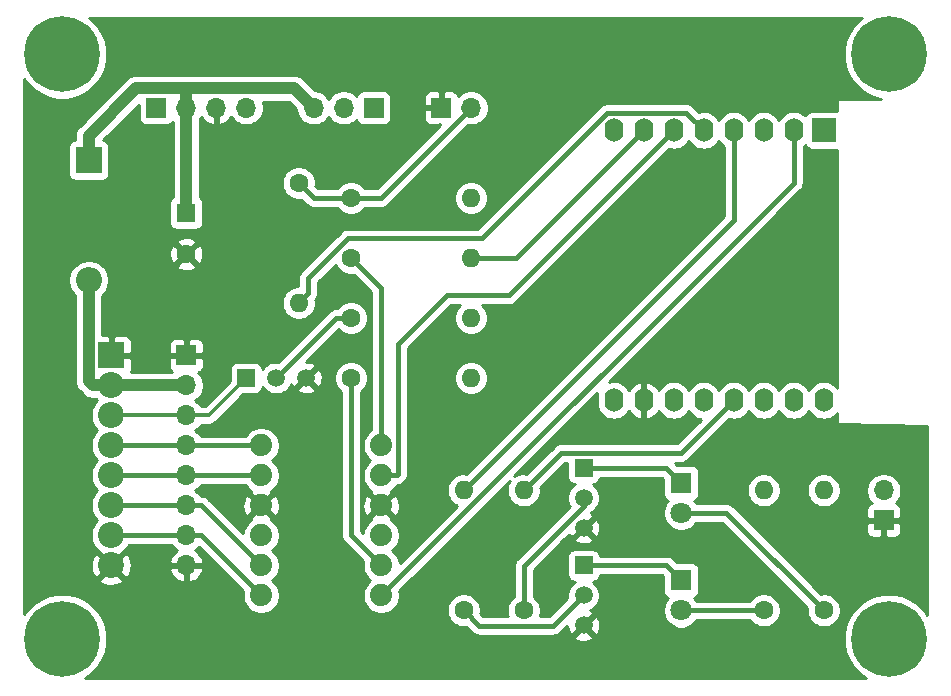
<source format=gtl>
G04 #@! TF.GenerationSoftware,KiCad,Pcbnew,(5.1.9)-1*
G04 #@! TF.CreationDate,2021-05-17T23:34:26+10:00*
G04 #@! TF.ProjectId,publisher,7075626c-6973-4686-9572-2e6b69636164,rev?*
G04 #@! TF.SameCoordinates,Original*
G04 #@! TF.FileFunction,Copper,L1,Top*
G04 #@! TF.FilePolarity,Positive*
%FSLAX46Y46*%
G04 Gerber Fmt 4.6, Leading zero omitted, Abs format (unit mm)*
G04 Created by KiCad (PCBNEW (5.1.9)-1) date 2021-05-17 23:34:26*
%MOMM*%
%LPD*%
G01*
G04 APERTURE LIST*
G04 #@! TA.AperFunction,ComponentPad*
%ADD10O,1.600000X2.000000*%
G04 #@! TD*
G04 #@! TA.AperFunction,ComponentPad*
%ADD11R,2.000000X2.000000*%
G04 #@! TD*
G04 #@! TA.AperFunction,ComponentPad*
%ADD12O,1.600000X1.600000*%
G04 #@! TD*
G04 #@! TA.AperFunction,ComponentPad*
%ADD13C,1.600000*%
G04 #@! TD*
G04 #@! TA.AperFunction,ComponentPad*
%ADD14O,1.700000X1.700000*%
G04 #@! TD*
G04 #@! TA.AperFunction,ComponentPad*
%ADD15R,1.700000X1.700000*%
G04 #@! TD*
G04 #@! TA.AperFunction,ComponentPad*
%ADD16C,2.200000*%
G04 #@! TD*
G04 #@! TA.AperFunction,ComponentPad*
%ADD17R,2.200000X2.200000*%
G04 #@! TD*
G04 #@! TA.AperFunction,ComponentPad*
%ADD18C,6.400000*%
G04 #@! TD*
G04 #@! TA.AperFunction,ComponentPad*
%ADD19R,1.600000X1.600000*%
G04 #@! TD*
G04 #@! TA.AperFunction,ComponentPad*
%ADD20R,1.500000X1.500000*%
G04 #@! TD*
G04 #@! TA.AperFunction,ComponentPad*
%ADD21C,1.500000*%
G04 #@! TD*
G04 #@! TA.AperFunction,ComponentPad*
%ADD22C,1.800000*%
G04 #@! TD*
G04 #@! TA.AperFunction,ComponentPad*
%ADD23R,1.800000X1.800000*%
G04 #@! TD*
G04 #@! TA.AperFunction,ComponentPad*
%ADD24O,2.200000X2.200000*%
G04 #@! TD*
G04 #@! TA.AperFunction,ComponentPad*
%ADD25C,1.879600*%
G04 #@! TD*
G04 #@! TA.AperFunction,Conductor*
%ADD26C,0.400000*%
G04 #@! TD*
G04 #@! TA.AperFunction,Conductor*
%ADD27C,1.000000*%
G04 #@! TD*
G04 #@! TA.AperFunction,Conductor*
%ADD28C,0.350000*%
G04 #@! TD*
G04 #@! TA.AperFunction,Conductor*
%ADD29C,0.254000*%
G04 #@! TD*
G04 #@! TA.AperFunction,Conductor*
%ADD30C,0.100000*%
G04 #@! TD*
G04 APERTURE END LIST*
D10*
X182880000Y-64770000D03*
D11*
X185420000Y-64770000D03*
D10*
X180340000Y-64770000D03*
X177800000Y-64770000D03*
X175260000Y-64770000D03*
X172720000Y-64770000D03*
X170180000Y-64770000D03*
X167640000Y-64770000D03*
X167640000Y-87630000D03*
X170180000Y-87630000D03*
X172720000Y-87630000D03*
X175260000Y-87630000D03*
X177800000Y-87630000D03*
X180340000Y-87630000D03*
X182880000Y-87630000D03*
X185420000Y-87630000D03*
D12*
X155575000Y-75565000D03*
D13*
X145415000Y-75565000D03*
D12*
X155575000Y-85725000D03*
D13*
X145415000Y-85725000D03*
D14*
X131445000Y-101600000D03*
X131445000Y-99060000D03*
X131445000Y-96520000D03*
X131445000Y-93980000D03*
X131445000Y-91440000D03*
X131445000Y-88900000D03*
X131445000Y-86360000D03*
D15*
X131445000Y-83820000D03*
D14*
X155575000Y-62865000D03*
D15*
X153035000Y-62865000D03*
D14*
X190500000Y-95250000D03*
D15*
X190500000Y-97790000D03*
D16*
X125095000Y-101600000D03*
X125095000Y-99060000D03*
X125095000Y-96520000D03*
X125095000Y-93980000D03*
X125095000Y-91440000D03*
X125095000Y-88900000D03*
X125095000Y-86360000D03*
D17*
X125095000Y-83820000D03*
D18*
X190945000Y-58320000D03*
X120945000Y-107820000D03*
X120945000Y-58320000D03*
X190945000Y-107820000D03*
D12*
X140970000Y-79375000D03*
D13*
X140970000Y-69215000D03*
D19*
X131445000Y-71755000D03*
D13*
X131445000Y-75255000D03*
D20*
X165100000Y-93345000D03*
D21*
X165100000Y-98425000D03*
X165100000Y-95885000D03*
D20*
X136525000Y-85725000D03*
D21*
X141605000Y-85725000D03*
X139065000Y-85725000D03*
D20*
X165100000Y-101600000D03*
D21*
X165100000Y-106680000D03*
X165100000Y-104140000D03*
D12*
X180340000Y-95250000D03*
D13*
X180340000Y-105410000D03*
D12*
X154940000Y-95250000D03*
D13*
X154940000Y-105410000D03*
D14*
X142240000Y-62865000D03*
X144780000Y-62865000D03*
D15*
X147320000Y-62865000D03*
D12*
X155575000Y-70485000D03*
D13*
X145415000Y-70485000D03*
D12*
X185420000Y-95250000D03*
D13*
X185420000Y-105410000D03*
D12*
X160020000Y-95250000D03*
D13*
X160020000Y-105410000D03*
D22*
X173355000Y-105410000D03*
D23*
X173355000Y-102870000D03*
D22*
X173355000Y-97155000D03*
D23*
X173355000Y-94615000D03*
D15*
X128905000Y-62865000D03*
D14*
X131445000Y-62865000D03*
X133985000Y-62865000D03*
X136525000Y-62865000D03*
D12*
X155575000Y-80645000D03*
D13*
X145415000Y-80645000D03*
D17*
X123190000Y-67310000D03*
D24*
X123190000Y-77470000D03*
D25*
X147955000Y-96520000D03*
X137795000Y-96520000D03*
X137795000Y-99060000D03*
X137795000Y-104140000D03*
X137795000Y-101600000D03*
X137795000Y-93980000D03*
X137795000Y-91440000D03*
X147955000Y-99060000D03*
X147955000Y-104140000D03*
X147955000Y-101600000D03*
X147955000Y-93980000D03*
X147955000Y-91440000D03*
D26*
X144145000Y-80645000D02*
X145415000Y-80645000D01*
X139065000Y-85725000D02*
X144145000Y-80645000D01*
D27*
X140589999Y-61214999D02*
X142240000Y-62865000D01*
X127185001Y-61214999D02*
X140589999Y-61214999D01*
X123190000Y-65210000D02*
X127185001Y-61214999D01*
X123190000Y-67310000D02*
X123190000Y-65210000D01*
X131445000Y-62865000D02*
X131445000Y-61595000D01*
X131445000Y-71755000D02*
X131445000Y-62865000D01*
D26*
X149394801Y-93869276D02*
X149394801Y-82846801D01*
X149284077Y-93980000D02*
X149394801Y-93869276D01*
X147955000Y-93980000D02*
X149284077Y-93980000D01*
X149394801Y-82846801D02*
X153501602Y-78740000D01*
X158750000Y-78740000D02*
X172720000Y-64770000D01*
X153501602Y-78740000D02*
X158750000Y-78740000D01*
X159385000Y-75565000D02*
X170180000Y-64770000D01*
X155575000Y-75565000D02*
X159385000Y-75565000D01*
X182880000Y-69215000D02*
X182880000Y-64770000D01*
X147955000Y-104140000D02*
X182880000Y-69215000D01*
D27*
X125095000Y-86360000D02*
X131445000Y-86360000D01*
X123190000Y-86010634D02*
X123190000Y-77470000D01*
X123539366Y-86360000D02*
X123190000Y-86010634D01*
X125095000Y-86360000D02*
X123539366Y-86360000D01*
D26*
X125095000Y-93980000D02*
X131445000Y-93980000D01*
X131445000Y-93980000D02*
X137795000Y-93980000D01*
X125095000Y-91440000D02*
X131445000Y-91440000D01*
X131445000Y-91440000D02*
X137795000Y-91440000D01*
X125095000Y-96520000D02*
X131445000Y-96520000D01*
X132715000Y-96520000D02*
X137795000Y-101600000D01*
X131445000Y-96520000D02*
X132715000Y-96520000D01*
X125095000Y-99060000D02*
X131445000Y-99060000D01*
X132715000Y-99060000D02*
X137795000Y-104140000D01*
X131445000Y-99060000D02*
X132715000Y-99060000D01*
X177165000Y-97155000D02*
X185420000Y-105410000D01*
X173355000Y-97155000D02*
X177165000Y-97155000D01*
X172085000Y-93345000D02*
X173355000Y-94615000D01*
X165100000Y-93345000D02*
X172085000Y-93345000D01*
X173355000Y-105410000D02*
X180340000Y-105410000D01*
X172085000Y-101600000D02*
X173355000Y-102870000D01*
X165100000Y-101600000D02*
X172085000Y-101600000D01*
D28*
X125095000Y-88900000D02*
X131445000Y-88900000D01*
X133350000Y-88900000D02*
X136525000Y-85725000D01*
X131445000Y-88900000D02*
X133350000Y-88900000D01*
D26*
X165100000Y-96574998D02*
X165100000Y-95885000D01*
X160020000Y-101654998D02*
X165100000Y-96574998D01*
X160020000Y-105410000D02*
X160020000Y-101654998D01*
X162529999Y-106710001D02*
X165100000Y-104140000D01*
X156240001Y-106710001D02*
X162529999Y-106710001D01*
X154940000Y-105410000D02*
X156240001Y-106710001D01*
X173335001Y-92094999D02*
X177800000Y-87630000D01*
X163175001Y-92094999D02*
X173335001Y-92094999D01*
X160020000Y-95250000D02*
X163175001Y-92094999D01*
X177800000Y-72390000D02*
X177800000Y-64770000D01*
X154940000Y-95250000D02*
X177800000Y-72390000D01*
X175260000Y-64770000D02*
X174758491Y-64770000D01*
X141769999Y-77285999D02*
X145141998Y-73914000D01*
X141769999Y-78575001D02*
X141769999Y-77285999D01*
X140970000Y-79375000D02*
X141769999Y-78575001D01*
X173759990Y-63269990D02*
X175260000Y-64770000D01*
X167101519Y-63269990D02*
X173759990Y-63269990D01*
X156457509Y-73914000D02*
X167101519Y-63269990D01*
X145141998Y-73914000D02*
X156457509Y-73914000D01*
X155575000Y-62925002D02*
X155575000Y-62865000D01*
X147955000Y-70485000D02*
X145415000Y-70485000D01*
X155575000Y-62865000D02*
X147955000Y-70485000D01*
X142240000Y-70485000D02*
X140970000Y-69215000D01*
X145415000Y-70485000D02*
X142240000Y-70485000D01*
X145415000Y-99060000D02*
X145415000Y-85725000D01*
X147955000Y-101600000D02*
X145415000Y-99060000D01*
X147955000Y-78105000D02*
X145415000Y-75565000D01*
X147955000Y-91440000D02*
X147955000Y-78105000D01*
D29*
X188500330Y-55341161D02*
X187966161Y-55875330D01*
X187546467Y-56503446D01*
X187257377Y-57201372D01*
X187110000Y-57942285D01*
X187110000Y-58697715D01*
X187257377Y-59438628D01*
X187546467Y-60136554D01*
X187966161Y-60764670D01*
X188500330Y-61298839D01*
X189128446Y-61718533D01*
X189826372Y-62007623D01*
X190305864Y-62103000D01*
X186690000Y-62103000D01*
X186665224Y-62105440D01*
X186641399Y-62112667D01*
X186619443Y-62124403D01*
X186600197Y-62140197D01*
X186584403Y-62159443D01*
X186572667Y-62181399D01*
X186565440Y-62205224D01*
X186563000Y-62230000D01*
X186563000Y-63149805D01*
X186544482Y-63144188D01*
X186420000Y-63131928D01*
X184420000Y-63131928D01*
X184295518Y-63144188D01*
X184175820Y-63180498D01*
X184065506Y-63239463D01*
X183968815Y-63318815D01*
X183889463Y-63415506D01*
X183842441Y-63503476D01*
X183681101Y-63371068D01*
X183431808Y-63237818D01*
X183161309Y-63155764D01*
X182880000Y-63128057D01*
X182598692Y-63155764D01*
X182328193Y-63237818D01*
X182078900Y-63371068D01*
X181860393Y-63550392D01*
X181681068Y-63768899D01*
X181610000Y-63901858D01*
X181538932Y-63768899D01*
X181359608Y-63550392D01*
X181141101Y-63371068D01*
X180891808Y-63237818D01*
X180621309Y-63155764D01*
X180340000Y-63128057D01*
X180058692Y-63155764D01*
X179788193Y-63237818D01*
X179538900Y-63371068D01*
X179320393Y-63550392D01*
X179141068Y-63768899D01*
X179070000Y-63901858D01*
X178998932Y-63768899D01*
X178819608Y-63550392D01*
X178601101Y-63371068D01*
X178351808Y-63237818D01*
X178081309Y-63155764D01*
X177800000Y-63128057D01*
X177518692Y-63155764D01*
X177248193Y-63237818D01*
X176998900Y-63371068D01*
X176780393Y-63550392D01*
X176601068Y-63768899D01*
X176530000Y-63901858D01*
X176458932Y-63768899D01*
X176279608Y-63550392D01*
X176061101Y-63371068D01*
X175811808Y-63237818D01*
X175541309Y-63155764D01*
X175260000Y-63128057D01*
X174978692Y-63155764D01*
X174862022Y-63191155D01*
X174379436Y-62708569D01*
X174353281Y-62676699D01*
X174226136Y-62572354D01*
X174081077Y-62494818D01*
X173923679Y-62447072D01*
X173801009Y-62434990D01*
X173801008Y-62434990D01*
X173759990Y-62430950D01*
X173718972Y-62434990D01*
X167142526Y-62434990D01*
X167101518Y-62430951D01*
X167060510Y-62434990D01*
X167060500Y-62434990D01*
X166937830Y-62447072D01*
X166780432Y-62494818D01*
X166635373Y-62572354D01*
X166508228Y-62676699D01*
X166482078Y-62708563D01*
X156111642Y-73079000D01*
X145183016Y-73079000D01*
X145141998Y-73074960D01*
X145100980Y-73079000D01*
X145100979Y-73079000D01*
X144978309Y-73091082D01*
X144820911Y-73138828D01*
X144675852Y-73216364D01*
X144548707Y-73320709D01*
X144522561Y-73352568D01*
X141208573Y-76666558D01*
X141176709Y-76692708D01*
X141150561Y-76724570D01*
X141072363Y-76819854D01*
X140994827Y-76964913D01*
X140947081Y-77122311D01*
X140930959Y-77285999D01*
X140935000Y-77327027D01*
X140934999Y-77940000D01*
X140828665Y-77940000D01*
X140551426Y-77995147D01*
X140290273Y-78103320D01*
X140055241Y-78260363D01*
X139855363Y-78460241D01*
X139698320Y-78695273D01*
X139590147Y-78956426D01*
X139535000Y-79233665D01*
X139535000Y-79516335D01*
X139590147Y-79793574D01*
X139698320Y-80054727D01*
X139855363Y-80289759D01*
X140055241Y-80489637D01*
X140290273Y-80646680D01*
X140551426Y-80754853D01*
X140828665Y-80810000D01*
X141111335Y-80810000D01*
X141388574Y-80754853D01*
X141649727Y-80646680D01*
X141884759Y-80489637D01*
X142084637Y-80289759D01*
X142241680Y-80054727D01*
X142349853Y-79793574D01*
X142405000Y-79516335D01*
X142405000Y-79233665D01*
X142386396Y-79140137D01*
X142467635Y-79041147D01*
X142545171Y-78896088D01*
X142592917Y-78738690D01*
X142604999Y-78616020D01*
X142604999Y-78616010D01*
X142609038Y-78575002D01*
X142604999Y-78533994D01*
X142604999Y-77631866D01*
X144099040Y-76137826D01*
X144143320Y-76244727D01*
X144300363Y-76479759D01*
X144500241Y-76679637D01*
X144735273Y-76836680D01*
X144996426Y-76944853D01*
X145273665Y-77000000D01*
X145556335Y-77000000D01*
X145650418Y-76981285D01*
X147120001Y-78450869D01*
X147120000Y-90103933D01*
X146951123Y-90216773D01*
X146731773Y-90436123D01*
X146559430Y-90694052D01*
X146440718Y-90980648D01*
X146380200Y-91284896D01*
X146380200Y-91595104D01*
X146440718Y-91899352D01*
X146559430Y-92185948D01*
X146731773Y-92443877D01*
X146951123Y-92663227D01*
X147021124Y-92710000D01*
X146951123Y-92756773D01*
X146731773Y-92976123D01*
X146559430Y-93234052D01*
X146440718Y-93520648D01*
X146380200Y-93824896D01*
X146380200Y-94135104D01*
X146440718Y-94439352D01*
X146559430Y-94725948D01*
X146731773Y-94983877D01*
X146951123Y-95203227D01*
X147087714Y-95294495D01*
X147042129Y-95427524D01*
X147955000Y-96340395D01*
X148867871Y-95427524D01*
X148822286Y-95294495D01*
X148958877Y-95203227D01*
X149178227Y-94983877D01*
X149288670Y-94818588D01*
X149325095Y-94815000D01*
X149325096Y-94815000D01*
X149447766Y-94802918D01*
X149605164Y-94755172D01*
X149750223Y-94677636D01*
X149877368Y-94573291D01*
X149903523Y-94541421D01*
X149956223Y-94488721D01*
X149988092Y-94462567D01*
X150092437Y-94335422D01*
X150169973Y-94190363D01*
X150217719Y-94032965D01*
X150229801Y-93910295D01*
X150229801Y-93910285D01*
X150233840Y-93869277D01*
X150229801Y-93828269D01*
X150229801Y-85583665D01*
X154140000Y-85583665D01*
X154140000Y-85866335D01*
X154195147Y-86143574D01*
X154303320Y-86404727D01*
X154460363Y-86639759D01*
X154660241Y-86839637D01*
X154895273Y-86996680D01*
X155156426Y-87104853D01*
X155433665Y-87160000D01*
X155716335Y-87160000D01*
X155993574Y-87104853D01*
X156254727Y-86996680D01*
X156489759Y-86839637D01*
X156689637Y-86639759D01*
X156846680Y-86404727D01*
X156954853Y-86143574D01*
X157010000Y-85866335D01*
X157010000Y-85583665D01*
X156954853Y-85306426D01*
X156846680Y-85045273D01*
X156689637Y-84810241D01*
X156489759Y-84610363D01*
X156254727Y-84453320D01*
X155993574Y-84345147D01*
X155716335Y-84290000D01*
X155433665Y-84290000D01*
X155156426Y-84345147D01*
X154895273Y-84453320D01*
X154660241Y-84610363D01*
X154460363Y-84810241D01*
X154303320Y-85045273D01*
X154195147Y-85306426D01*
X154140000Y-85583665D01*
X150229801Y-85583665D01*
X150229801Y-83192668D01*
X153847471Y-79575000D01*
X154615604Y-79575000D01*
X154460363Y-79730241D01*
X154303320Y-79965273D01*
X154195147Y-80226426D01*
X154140000Y-80503665D01*
X154140000Y-80786335D01*
X154195147Y-81063574D01*
X154303320Y-81324727D01*
X154460363Y-81559759D01*
X154660241Y-81759637D01*
X154895273Y-81916680D01*
X155156426Y-82024853D01*
X155433665Y-82080000D01*
X155716335Y-82080000D01*
X155993574Y-82024853D01*
X156254727Y-81916680D01*
X156489759Y-81759637D01*
X156689637Y-81559759D01*
X156846680Y-81324727D01*
X156954853Y-81063574D01*
X157010000Y-80786335D01*
X157010000Y-80503665D01*
X156954853Y-80226426D01*
X156846680Y-79965273D01*
X156689637Y-79730241D01*
X156534396Y-79575000D01*
X158708982Y-79575000D01*
X158750000Y-79579040D01*
X158791018Y-79575000D01*
X158791019Y-79575000D01*
X158913689Y-79562918D01*
X159071087Y-79515172D01*
X159216146Y-79437636D01*
X159343291Y-79333291D01*
X159369446Y-79301421D01*
X172322023Y-66348845D01*
X172438691Y-66384236D01*
X172720000Y-66411943D01*
X173001308Y-66384236D01*
X173271807Y-66302182D01*
X173521100Y-66168932D01*
X173739607Y-65989608D01*
X173918932Y-65771101D01*
X173990000Y-65638142D01*
X174061068Y-65771100D01*
X174240392Y-65989607D01*
X174458899Y-66168932D01*
X174708192Y-66302182D01*
X174978691Y-66384236D01*
X175260000Y-66411943D01*
X175541308Y-66384236D01*
X175811807Y-66302182D01*
X176061100Y-66168932D01*
X176279607Y-65989608D01*
X176458932Y-65771101D01*
X176530000Y-65638142D01*
X176601068Y-65771100D01*
X176780392Y-65989607D01*
X176965001Y-66141112D01*
X176965000Y-72044132D01*
X155175418Y-93833715D01*
X155081335Y-93815000D01*
X154798665Y-93815000D01*
X154521426Y-93870147D01*
X154260273Y-93978320D01*
X154025241Y-94135363D01*
X153825363Y-94335241D01*
X153668320Y-94570273D01*
X153560147Y-94831426D01*
X153505000Y-95108665D01*
X153505000Y-95391335D01*
X153560147Y-95668574D01*
X153668320Y-95929727D01*
X153825363Y-96164759D01*
X154025241Y-96364637D01*
X154260273Y-96521680D01*
X154353738Y-96560394D01*
X149519752Y-101394381D01*
X149469282Y-101140648D01*
X149350570Y-100854052D01*
X149178227Y-100596123D01*
X148958877Y-100376773D01*
X148888876Y-100330000D01*
X148958877Y-100283227D01*
X149178227Y-100063877D01*
X149350570Y-99805948D01*
X149469282Y-99519352D01*
X149529800Y-99215104D01*
X149529800Y-98904896D01*
X149469282Y-98600648D01*
X149350570Y-98314052D01*
X149178227Y-98056123D01*
X148958877Y-97836773D01*
X148822286Y-97745505D01*
X148867871Y-97612476D01*
X147955000Y-96699605D01*
X147042129Y-97612476D01*
X147087714Y-97745505D01*
X146951123Y-97836773D01*
X146731773Y-98056123D01*
X146559430Y-98314052D01*
X146440718Y-98600648D01*
X146390248Y-98854381D01*
X146250000Y-98714133D01*
X146250000Y-96584977D01*
X146373916Y-96584977D01*
X146416973Y-96892184D01*
X146519135Y-97185086D01*
X146604277Y-97344377D01*
X146862524Y-97432871D01*
X147775395Y-96520000D01*
X148134605Y-96520000D01*
X149047476Y-97432871D01*
X149305723Y-97344377D01*
X149440597Y-97065024D01*
X149518381Y-96764725D01*
X149536084Y-96455023D01*
X149493027Y-96147816D01*
X149390865Y-95854914D01*
X149305723Y-95695623D01*
X149047476Y-95607129D01*
X148134605Y-96520000D01*
X147775395Y-96520000D01*
X146862524Y-95607129D01*
X146604277Y-95695623D01*
X146469403Y-95974976D01*
X146391619Y-96275275D01*
X146373916Y-96584977D01*
X146250000Y-96584977D01*
X146250000Y-86892930D01*
X146329759Y-86839637D01*
X146529637Y-86639759D01*
X146686680Y-86404727D01*
X146794853Y-86143574D01*
X146850000Y-85866335D01*
X146850000Y-85583665D01*
X146794853Y-85306426D01*
X146686680Y-85045273D01*
X146529637Y-84810241D01*
X146329759Y-84610363D01*
X146094727Y-84453320D01*
X145833574Y-84345147D01*
X145556335Y-84290000D01*
X145273665Y-84290000D01*
X144996426Y-84345147D01*
X144735273Y-84453320D01*
X144500241Y-84610363D01*
X144300363Y-84810241D01*
X144143320Y-85045273D01*
X144035147Y-85306426D01*
X143980000Y-85583665D01*
X143980000Y-85866335D01*
X144035147Y-86143574D01*
X144143320Y-86404727D01*
X144300363Y-86639759D01*
X144500241Y-86839637D01*
X144580001Y-86892931D01*
X144580000Y-99018981D01*
X144575960Y-99060000D01*
X144580000Y-99101018D01*
X144592082Y-99223688D01*
X144639828Y-99381086D01*
X144717364Y-99526145D01*
X144821709Y-99653291D01*
X144853579Y-99679446D01*
X146419824Y-101245691D01*
X146380200Y-101444896D01*
X146380200Y-101755104D01*
X146440718Y-102059352D01*
X146559430Y-102345948D01*
X146731773Y-102603877D01*
X146951123Y-102823227D01*
X147021124Y-102870000D01*
X146951123Y-102916773D01*
X146731773Y-103136123D01*
X146559430Y-103394052D01*
X146440718Y-103680648D01*
X146380200Y-103984896D01*
X146380200Y-104295104D01*
X146440718Y-104599352D01*
X146559430Y-104885948D01*
X146731773Y-105143877D01*
X146951123Y-105363227D01*
X147209052Y-105535570D01*
X147495648Y-105654282D01*
X147799896Y-105714800D01*
X148110104Y-105714800D01*
X148414352Y-105654282D01*
X148700948Y-105535570D01*
X148958877Y-105363227D01*
X149178227Y-105143877D01*
X149350570Y-104885948D01*
X149469282Y-104599352D01*
X149529800Y-104295104D01*
X149529800Y-103984896D01*
X149490176Y-103785691D01*
X158834354Y-94441513D01*
X158748320Y-94570273D01*
X158640147Y-94831426D01*
X158585000Y-95108665D01*
X158585000Y-95391335D01*
X158640147Y-95668574D01*
X158748320Y-95929727D01*
X158905363Y-96164759D01*
X159105241Y-96364637D01*
X159340273Y-96521680D01*
X159601426Y-96629853D01*
X159878665Y-96685000D01*
X160161335Y-96685000D01*
X160438574Y-96629853D01*
X160699727Y-96521680D01*
X160934759Y-96364637D01*
X161134637Y-96164759D01*
X161291680Y-95929727D01*
X161399853Y-95668574D01*
X161455000Y-95391335D01*
X161455000Y-95108665D01*
X161436285Y-95014582D01*
X163520869Y-92929999D01*
X163711928Y-92929999D01*
X163711928Y-94095000D01*
X163724188Y-94219482D01*
X163760498Y-94339180D01*
X163819463Y-94449494D01*
X163898815Y-94546185D01*
X163995506Y-94625537D01*
X164105820Y-94684502D01*
X164225518Y-94720812D01*
X164333483Y-94731445D01*
X164217114Y-94809201D01*
X164024201Y-95002114D01*
X163872629Y-95228957D01*
X163768225Y-95481011D01*
X163715000Y-95748589D01*
X163715000Y-96021411D01*
X163768225Y-96288989D01*
X163872629Y-96541043D01*
X163904856Y-96589274D01*
X159458574Y-101035557D01*
X159426710Y-101061707D01*
X159400562Y-101093569D01*
X159322364Y-101188853D01*
X159244828Y-101333912D01*
X159197082Y-101491310D01*
X159180960Y-101654998D01*
X159185001Y-101696026D01*
X159185000Y-104242070D01*
X159105241Y-104295363D01*
X158905363Y-104495241D01*
X158748320Y-104730273D01*
X158640147Y-104991426D01*
X158585000Y-105268665D01*
X158585000Y-105551335D01*
X158640147Y-105828574D01*
X158659378Y-105875001D01*
X156585869Y-105875001D01*
X156356286Y-105645418D01*
X156375000Y-105551335D01*
X156375000Y-105268665D01*
X156319853Y-104991426D01*
X156211680Y-104730273D01*
X156054637Y-104495241D01*
X155854759Y-104295363D01*
X155619727Y-104138320D01*
X155358574Y-104030147D01*
X155081335Y-103975000D01*
X154798665Y-103975000D01*
X154521426Y-104030147D01*
X154260273Y-104138320D01*
X154025241Y-104295363D01*
X153825363Y-104495241D01*
X153668320Y-104730273D01*
X153560147Y-104991426D01*
X153505000Y-105268665D01*
X153505000Y-105551335D01*
X153560147Y-105828574D01*
X153668320Y-106089727D01*
X153825363Y-106324759D01*
X154025241Y-106524637D01*
X154260273Y-106681680D01*
X154521426Y-106789853D01*
X154798665Y-106845000D01*
X155081335Y-106845000D01*
X155175418Y-106826286D01*
X155620559Y-107271427D01*
X155646710Y-107303292D01*
X155754634Y-107391863D01*
X155773855Y-107407637D01*
X155918914Y-107485173D01*
X156076312Y-107532919D01*
X156240000Y-107549041D01*
X156281019Y-107545001D01*
X162488981Y-107545001D01*
X162529999Y-107549041D01*
X162571017Y-107545001D01*
X162571018Y-107545001D01*
X162693688Y-107532919D01*
X162851086Y-107485173D01*
X162996145Y-107407637D01*
X163123290Y-107303292D01*
X163149445Y-107271422D01*
X163712208Y-106708659D01*
X163710188Y-106752492D01*
X163751035Y-107022238D01*
X163843723Y-107278832D01*
X163904140Y-107391863D01*
X164143007Y-107457388D01*
X164920395Y-106680000D01*
X165279605Y-106680000D01*
X166056993Y-107457388D01*
X166295860Y-107391863D01*
X166411760Y-107144884D01*
X166477250Y-106880040D01*
X166489812Y-106607508D01*
X166448965Y-106337762D01*
X166356277Y-106081168D01*
X166295860Y-105968137D01*
X166056993Y-105902612D01*
X165279605Y-106680000D01*
X164920395Y-106680000D01*
X164906253Y-106665858D01*
X165085858Y-106486253D01*
X165100000Y-106500395D01*
X165877388Y-105723007D01*
X165811863Y-105484140D01*
X165653523Y-105409836D01*
X165756043Y-105367371D01*
X165982886Y-105215799D01*
X166175799Y-105022886D01*
X166327371Y-104796043D01*
X166431775Y-104543989D01*
X166485000Y-104276411D01*
X166485000Y-104003589D01*
X166431775Y-103736011D01*
X166327371Y-103483957D01*
X166175799Y-103257114D01*
X165982886Y-103064201D01*
X165866517Y-102986445D01*
X165974482Y-102975812D01*
X166094180Y-102939502D01*
X166204494Y-102880537D01*
X166301185Y-102801185D01*
X166380537Y-102704494D01*
X166439502Y-102594180D01*
X166475812Y-102474482D01*
X166479701Y-102435000D01*
X171739133Y-102435000D01*
X171816928Y-102512795D01*
X171816928Y-103770000D01*
X171829188Y-103894482D01*
X171865498Y-104014180D01*
X171924463Y-104124494D01*
X172003815Y-104221185D01*
X172100506Y-104300537D01*
X172210820Y-104359502D01*
X172229127Y-104365056D01*
X172162688Y-104431495D01*
X171994701Y-104682905D01*
X171878989Y-104962257D01*
X171820000Y-105258816D01*
X171820000Y-105561184D01*
X171878989Y-105857743D01*
X171994701Y-106137095D01*
X172162688Y-106388505D01*
X172376495Y-106602312D01*
X172627905Y-106770299D01*
X172907257Y-106886011D01*
X173203816Y-106945000D01*
X173506184Y-106945000D01*
X173802743Y-106886011D01*
X174082095Y-106770299D01*
X174333505Y-106602312D01*
X174547312Y-106388505D01*
X174643199Y-106245000D01*
X179172070Y-106245000D01*
X179225363Y-106324759D01*
X179425241Y-106524637D01*
X179660273Y-106681680D01*
X179921426Y-106789853D01*
X180198665Y-106845000D01*
X180481335Y-106845000D01*
X180758574Y-106789853D01*
X181019727Y-106681680D01*
X181254759Y-106524637D01*
X181454637Y-106324759D01*
X181611680Y-106089727D01*
X181719853Y-105828574D01*
X181775000Y-105551335D01*
X181775000Y-105268665D01*
X181719853Y-104991426D01*
X181611680Y-104730273D01*
X181454637Y-104495241D01*
X181254759Y-104295363D01*
X181019727Y-104138320D01*
X180758574Y-104030147D01*
X180481335Y-103975000D01*
X180198665Y-103975000D01*
X179921426Y-104030147D01*
X179660273Y-104138320D01*
X179425241Y-104295363D01*
X179225363Y-104495241D01*
X179172070Y-104575000D01*
X174643199Y-104575000D01*
X174547312Y-104431495D01*
X174480873Y-104365056D01*
X174499180Y-104359502D01*
X174609494Y-104300537D01*
X174706185Y-104221185D01*
X174785537Y-104124494D01*
X174844502Y-104014180D01*
X174880812Y-103894482D01*
X174893072Y-103770000D01*
X174893072Y-101970000D01*
X174880812Y-101845518D01*
X174844502Y-101725820D01*
X174785537Y-101615506D01*
X174706185Y-101518815D01*
X174609494Y-101439463D01*
X174499180Y-101380498D01*
X174379482Y-101344188D01*
X174255000Y-101331928D01*
X172997795Y-101331928D01*
X172704446Y-101038579D01*
X172678291Y-101006709D01*
X172551146Y-100902364D01*
X172406087Y-100824828D01*
X172248689Y-100777082D01*
X172126019Y-100765000D01*
X172126018Y-100765000D01*
X172085000Y-100760960D01*
X172043982Y-100765000D01*
X166479701Y-100765000D01*
X166475812Y-100725518D01*
X166439502Y-100605820D01*
X166380537Y-100495506D01*
X166301185Y-100398815D01*
X166204494Y-100319463D01*
X166094180Y-100260498D01*
X165974482Y-100224188D01*
X165850000Y-100211928D01*
X164350000Y-100211928D01*
X164225518Y-100224188D01*
X164105820Y-100260498D01*
X163995506Y-100319463D01*
X163898815Y-100398815D01*
X163819463Y-100495506D01*
X163760498Y-100605820D01*
X163724188Y-100725518D01*
X163711928Y-100850000D01*
X163711928Y-102350000D01*
X163724188Y-102474482D01*
X163760498Y-102594180D01*
X163819463Y-102704494D01*
X163898815Y-102801185D01*
X163995506Y-102880537D01*
X164105820Y-102939502D01*
X164225518Y-102975812D01*
X164333483Y-102986445D01*
X164217114Y-103064201D01*
X164024201Y-103257114D01*
X163872629Y-103483957D01*
X163768225Y-103736011D01*
X163715000Y-104003589D01*
X163715000Y-104276411D01*
X163726236Y-104332897D01*
X162184132Y-105875001D01*
X161380622Y-105875001D01*
X161399853Y-105828574D01*
X161455000Y-105551335D01*
X161455000Y-105268665D01*
X161399853Y-104991426D01*
X161291680Y-104730273D01*
X161134637Y-104495241D01*
X160934759Y-104295363D01*
X160855000Y-104242070D01*
X160855000Y-102000865D01*
X163473872Y-99381993D01*
X164322612Y-99381993D01*
X164388137Y-99620860D01*
X164635116Y-99736760D01*
X164899960Y-99802250D01*
X165172492Y-99814812D01*
X165442238Y-99773965D01*
X165698832Y-99681277D01*
X165811863Y-99620860D01*
X165877388Y-99381993D01*
X165100000Y-98604605D01*
X164322612Y-99381993D01*
X163473872Y-99381993D01*
X163840621Y-99015245D01*
X163843723Y-99023832D01*
X163904140Y-99136863D01*
X164143007Y-99202388D01*
X164920395Y-98425000D01*
X165279605Y-98425000D01*
X166056993Y-99202388D01*
X166295860Y-99136863D01*
X166411760Y-98889884D01*
X166477250Y-98625040D01*
X166489812Y-98352508D01*
X166448965Y-98082762D01*
X166356277Y-97826168D01*
X166295860Y-97713137D01*
X166056993Y-97647612D01*
X165279605Y-98425000D01*
X164920395Y-98425000D01*
X164906253Y-98410858D01*
X165085858Y-98231253D01*
X165100000Y-98245395D01*
X165877388Y-97468007D01*
X165811863Y-97229140D01*
X165689253Y-97171603D01*
X165693291Y-97168289D01*
X165730498Y-97122952D01*
X165756043Y-97112371D01*
X165982886Y-96960799D01*
X166175799Y-96767886D01*
X166327371Y-96541043D01*
X166431775Y-96288989D01*
X166485000Y-96021411D01*
X166485000Y-95748589D01*
X166431775Y-95481011D01*
X166327371Y-95228957D01*
X166175799Y-95002114D01*
X165982886Y-94809201D01*
X165866517Y-94731445D01*
X165974482Y-94720812D01*
X166094180Y-94684502D01*
X166204494Y-94625537D01*
X166301185Y-94546185D01*
X166380537Y-94449494D01*
X166439502Y-94339180D01*
X166475812Y-94219482D01*
X166479701Y-94180000D01*
X171739133Y-94180000D01*
X171816928Y-94257795D01*
X171816928Y-95515000D01*
X171829188Y-95639482D01*
X171865498Y-95759180D01*
X171924463Y-95869494D01*
X172003815Y-95966185D01*
X172100506Y-96045537D01*
X172210820Y-96104502D01*
X172229127Y-96110056D01*
X172162688Y-96176495D01*
X171994701Y-96427905D01*
X171878989Y-96707257D01*
X171820000Y-97003816D01*
X171820000Y-97306184D01*
X171878989Y-97602743D01*
X171994701Y-97882095D01*
X172162688Y-98133505D01*
X172376495Y-98347312D01*
X172627905Y-98515299D01*
X172907257Y-98631011D01*
X173203816Y-98690000D01*
X173506184Y-98690000D01*
X173802743Y-98631011D01*
X174082095Y-98515299D01*
X174333505Y-98347312D01*
X174547312Y-98133505D01*
X174643199Y-97990000D01*
X176819133Y-97990000D01*
X184003714Y-105174583D01*
X183985000Y-105268665D01*
X183985000Y-105551335D01*
X184040147Y-105828574D01*
X184148320Y-106089727D01*
X184305363Y-106324759D01*
X184505241Y-106524637D01*
X184740273Y-106681680D01*
X185001426Y-106789853D01*
X185278665Y-106845000D01*
X185561335Y-106845000D01*
X185838574Y-106789853D01*
X186099727Y-106681680D01*
X186334759Y-106524637D01*
X186534637Y-106324759D01*
X186691680Y-106089727D01*
X186799853Y-105828574D01*
X186855000Y-105551335D01*
X186855000Y-105268665D01*
X186799853Y-104991426D01*
X186691680Y-104730273D01*
X186534637Y-104495241D01*
X186334759Y-104295363D01*
X186099727Y-104138320D01*
X185838574Y-104030147D01*
X185561335Y-103975000D01*
X185278665Y-103975000D01*
X185184583Y-103993714D01*
X179830868Y-98640000D01*
X189011928Y-98640000D01*
X189024188Y-98764482D01*
X189060498Y-98884180D01*
X189119463Y-98994494D01*
X189198815Y-99091185D01*
X189295506Y-99170537D01*
X189405820Y-99229502D01*
X189525518Y-99265812D01*
X189650000Y-99278072D01*
X190214250Y-99275000D01*
X190373000Y-99116250D01*
X190373000Y-97917000D01*
X190627000Y-97917000D01*
X190627000Y-99116250D01*
X190785750Y-99275000D01*
X191350000Y-99278072D01*
X191474482Y-99265812D01*
X191594180Y-99229502D01*
X191704494Y-99170537D01*
X191801185Y-99091185D01*
X191880537Y-98994494D01*
X191939502Y-98884180D01*
X191975812Y-98764482D01*
X191988072Y-98640000D01*
X191985000Y-98075750D01*
X191826250Y-97917000D01*
X190627000Y-97917000D01*
X190373000Y-97917000D01*
X189173750Y-97917000D01*
X189015000Y-98075750D01*
X189011928Y-98640000D01*
X179830868Y-98640000D01*
X178130868Y-96940000D01*
X189011928Y-96940000D01*
X189015000Y-97504250D01*
X189173750Y-97663000D01*
X190373000Y-97663000D01*
X190373000Y-97643000D01*
X190627000Y-97643000D01*
X190627000Y-97663000D01*
X191826250Y-97663000D01*
X191985000Y-97504250D01*
X191988072Y-96940000D01*
X191975812Y-96815518D01*
X191939502Y-96695820D01*
X191880537Y-96585506D01*
X191801185Y-96488815D01*
X191704494Y-96409463D01*
X191594180Y-96350498D01*
X191521620Y-96328487D01*
X191653475Y-96196632D01*
X191815990Y-95953411D01*
X191927932Y-95683158D01*
X191985000Y-95396260D01*
X191985000Y-95103740D01*
X191927932Y-94816842D01*
X191815990Y-94546589D01*
X191653475Y-94303368D01*
X191446632Y-94096525D01*
X191203411Y-93934010D01*
X190933158Y-93822068D01*
X190646260Y-93765000D01*
X190353740Y-93765000D01*
X190066842Y-93822068D01*
X189796589Y-93934010D01*
X189553368Y-94096525D01*
X189346525Y-94303368D01*
X189184010Y-94546589D01*
X189072068Y-94816842D01*
X189015000Y-95103740D01*
X189015000Y-95396260D01*
X189072068Y-95683158D01*
X189184010Y-95953411D01*
X189346525Y-96196632D01*
X189478380Y-96328487D01*
X189405820Y-96350498D01*
X189295506Y-96409463D01*
X189198815Y-96488815D01*
X189119463Y-96585506D01*
X189060498Y-96695820D01*
X189024188Y-96815518D01*
X189011928Y-96940000D01*
X178130868Y-96940000D01*
X177784446Y-96593579D01*
X177758291Y-96561709D01*
X177631146Y-96457364D01*
X177486087Y-96379828D01*
X177328689Y-96332082D01*
X177206019Y-96320000D01*
X177206018Y-96320000D01*
X177165000Y-96315960D01*
X177123982Y-96320000D01*
X174643199Y-96320000D01*
X174547312Y-96176495D01*
X174480873Y-96110056D01*
X174499180Y-96104502D01*
X174609494Y-96045537D01*
X174706185Y-95966185D01*
X174785537Y-95869494D01*
X174844502Y-95759180D01*
X174880812Y-95639482D01*
X174893072Y-95515000D01*
X174893072Y-95108665D01*
X178905000Y-95108665D01*
X178905000Y-95391335D01*
X178960147Y-95668574D01*
X179068320Y-95929727D01*
X179225363Y-96164759D01*
X179425241Y-96364637D01*
X179660273Y-96521680D01*
X179921426Y-96629853D01*
X180198665Y-96685000D01*
X180481335Y-96685000D01*
X180758574Y-96629853D01*
X181019727Y-96521680D01*
X181254759Y-96364637D01*
X181454637Y-96164759D01*
X181611680Y-95929727D01*
X181719853Y-95668574D01*
X181775000Y-95391335D01*
X181775000Y-95108665D01*
X183985000Y-95108665D01*
X183985000Y-95391335D01*
X184040147Y-95668574D01*
X184148320Y-95929727D01*
X184305363Y-96164759D01*
X184505241Y-96364637D01*
X184740273Y-96521680D01*
X185001426Y-96629853D01*
X185278665Y-96685000D01*
X185561335Y-96685000D01*
X185838574Y-96629853D01*
X186099727Y-96521680D01*
X186334759Y-96364637D01*
X186534637Y-96164759D01*
X186691680Y-95929727D01*
X186799853Y-95668574D01*
X186855000Y-95391335D01*
X186855000Y-95108665D01*
X186799853Y-94831426D01*
X186691680Y-94570273D01*
X186534637Y-94335241D01*
X186334759Y-94135363D01*
X186099727Y-93978320D01*
X185838574Y-93870147D01*
X185561335Y-93815000D01*
X185278665Y-93815000D01*
X185001426Y-93870147D01*
X184740273Y-93978320D01*
X184505241Y-94135363D01*
X184305363Y-94335241D01*
X184148320Y-94570273D01*
X184040147Y-94831426D01*
X183985000Y-95108665D01*
X181775000Y-95108665D01*
X181719853Y-94831426D01*
X181611680Y-94570273D01*
X181454637Y-94335241D01*
X181254759Y-94135363D01*
X181019727Y-93978320D01*
X180758574Y-93870147D01*
X180481335Y-93815000D01*
X180198665Y-93815000D01*
X179921426Y-93870147D01*
X179660273Y-93978320D01*
X179425241Y-94135363D01*
X179225363Y-94335241D01*
X179068320Y-94570273D01*
X178960147Y-94831426D01*
X178905000Y-95108665D01*
X174893072Y-95108665D01*
X174893072Y-93715000D01*
X174880812Y-93590518D01*
X174844502Y-93470820D01*
X174785537Y-93360506D01*
X174706185Y-93263815D01*
X174609494Y-93184463D01*
X174499180Y-93125498D01*
X174379482Y-93089188D01*
X174255000Y-93076928D01*
X172997795Y-93076928D01*
X172850866Y-92929999D01*
X173293983Y-92929999D01*
X173335001Y-92934039D01*
X173376019Y-92929999D01*
X173376020Y-92929999D01*
X173498690Y-92917917D01*
X173656088Y-92870171D01*
X173801147Y-92792635D01*
X173928292Y-92688290D01*
X173954447Y-92656420D01*
X177402022Y-89208845D01*
X177518691Y-89244236D01*
X177800000Y-89271943D01*
X178081308Y-89244236D01*
X178351807Y-89162182D01*
X178601100Y-89028932D01*
X178819607Y-88849608D01*
X178998932Y-88631101D01*
X179070000Y-88498142D01*
X179141068Y-88631100D01*
X179320392Y-88849607D01*
X179538899Y-89028932D01*
X179788192Y-89162182D01*
X180058691Y-89244236D01*
X180340000Y-89271943D01*
X180621308Y-89244236D01*
X180891807Y-89162182D01*
X181141100Y-89028932D01*
X181359607Y-88849608D01*
X181538932Y-88631101D01*
X181610000Y-88498142D01*
X181681068Y-88631100D01*
X181860392Y-88849607D01*
X182078899Y-89028932D01*
X182328192Y-89162182D01*
X182598691Y-89244236D01*
X182880000Y-89271943D01*
X183161308Y-89244236D01*
X183431807Y-89162182D01*
X183681100Y-89028932D01*
X183899607Y-88849608D01*
X184078932Y-88631101D01*
X184150000Y-88498142D01*
X184221068Y-88631100D01*
X184400392Y-88849607D01*
X184618899Y-89028932D01*
X184868192Y-89162182D01*
X185138691Y-89244236D01*
X185420000Y-89271943D01*
X185701308Y-89244236D01*
X185971807Y-89162182D01*
X186221100Y-89028932D01*
X186439607Y-88849608D01*
X186563000Y-88699254D01*
X186563000Y-89535000D01*
X186565045Y-89557697D01*
X186571874Y-89581639D01*
X186583242Y-89603788D01*
X186598713Y-89623294D01*
X186617693Y-89639406D01*
X186639451Y-89651507D01*
X186663151Y-89659130D01*
X186687884Y-89661982D01*
X194183000Y-89786901D01*
X194183000Y-105763192D01*
X193923839Y-105375330D01*
X193389670Y-104841161D01*
X192761554Y-104421467D01*
X192063628Y-104132377D01*
X191322715Y-103985000D01*
X190567285Y-103985000D01*
X189826372Y-104132377D01*
X189128446Y-104421467D01*
X188500330Y-104841161D01*
X187966161Y-105375330D01*
X187546467Y-106003446D01*
X187257377Y-106701372D01*
X187110000Y-107442285D01*
X187110000Y-108197715D01*
X187257377Y-108938628D01*
X187546467Y-109636554D01*
X187966161Y-110264670D01*
X188500330Y-110798839D01*
X188988464Y-111125000D01*
X122901536Y-111125000D01*
X123389670Y-110798839D01*
X123923839Y-110264670D01*
X124343533Y-109636554D01*
X124632623Y-108938628D01*
X124780000Y-108197715D01*
X124780000Y-107636993D01*
X164322612Y-107636993D01*
X164388137Y-107875860D01*
X164635116Y-107991760D01*
X164899960Y-108057250D01*
X165172492Y-108069812D01*
X165442238Y-108028965D01*
X165698832Y-107936277D01*
X165811863Y-107875860D01*
X165877388Y-107636993D01*
X165100000Y-106859605D01*
X164322612Y-107636993D01*
X124780000Y-107636993D01*
X124780000Y-107442285D01*
X124632623Y-106701372D01*
X124343533Y-106003446D01*
X123923839Y-105375330D01*
X123389670Y-104841161D01*
X122761554Y-104421467D01*
X122063628Y-104132377D01*
X121322715Y-103985000D01*
X120567285Y-103985000D01*
X119826372Y-104132377D01*
X119128446Y-104421467D01*
X118500330Y-104841161D01*
X117966161Y-105375330D01*
X117729000Y-105730266D01*
X117729000Y-102806712D01*
X124067893Y-102806712D01*
X124175726Y-103081338D01*
X124482384Y-103232216D01*
X124812585Y-103320369D01*
X125153639Y-103342409D01*
X125492439Y-103297489D01*
X125815966Y-103187336D01*
X126014274Y-103081338D01*
X126122107Y-102806712D01*
X125095000Y-101779605D01*
X124067893Y-102806712D01*
X117729000Y-102806712D01*
X117729000Y-101658639D01*
X123352591Y-101658639D01*
X123397511Y-101997439D01*
X123507664Y-102320966D01*
X123613662Y-102519274D01*
X123888288Y-102627107D01*
X124915395Y-101600000D01*
X125274605Y-101600000D01*
X126301712Y-102627107D01*
X126576338Y-102519274D01*
X126727216Y-102212616D01*
X126795486Y-101956890D01*
X130003524Y-101956890D01*
X130048175Y-102104099D01*
X130173359Y-102366920D01*
X130347412Y-102600269D01*
X130563645Y-102795178D01*
X130813748Y-102944157D01*
X131088109Y-103041481D01*
X131318000Y-102920814D01*
X131318000Y-101727000D01*
X131572000Y-101727000D01*
X131572000Y-102920814D01*
X131801891Y-103041481D01*
X132076252Y-102944157D01*
X132326355Y-102795178D01*
X132542588Y-102600269D01*
X132716641Y-102366920D01*
X132841825Y-102104099D01*
X132886476Y-101956890D01*
X132765155Y-101727000D01*
X131572000Y-101727000D01*
X131318000Y-101727000D01*
X130124845Y-101727000D01*
X130003524Y-101956890D01*
X126795486Y-101956890D01*
X126815369Y-101882415D01*
X126837409Y-101541361D01*
X126792489Y-101202561D01*
X126682336Y-100879034D01*
X126576338Y-100680726D01*
X126301712Y-100572893D01*
X125274605Y-101600000D01*
X124915395Y-101600000D01*
X123888288Y-100572893D01*
X123613662Y-100680726D01*
X123462784Y-100987384D01*
X123374631Y-101317585D01*
X123352591Y-101658639D01*
X117729000Y-101658639D01*
X117729000Y-77299117D01*
X121455000Y-77299117D01*
X121455000Y-77640883D01*
X121521675Y-77976081D01*
X121652463Y-78291831D01*
X121842337Y-78575998D01*
X122055001Y-78788662D01*
X122055000Y-85954882D01*
X122049509Y-86010634D01*
X122055000Y-86066385D01*
X122071423Y-86233132D01*
X122136324Y-86447080D01*
X122241716Y-86644257D01*
X122383551Y-86817083D01*
X122426865Y-86852630D01*
X122697370Y-87123135D01*
X122732917Y-87166449D01*
X122905743Y-87308284D01*
X123102919Y-87413676D01*
X123275400Y-87465998D01*
X123316866Y-87478577D01*
X123539365Y-87500491D01*
X123595117Y-87495000D01*
X123776339Y-87495000D01*
X123911339Y-87630000D01*
X123747337Y-87794002D01*
X123557463Y-88078169D01*
X123426675Y-88393919D01*
X123360000Y-88729117D01*
X123360000Y-89070883D01*
X123426675Y-89406081D01*
X123557463Y-89721831D01*
X123747337Y-90005998D01*
X123911339Y-90170000D01*
X123747337Y-90334002D01*
X123557463Y-90618169D01*
X123426675Y-90933919D01*
X123360000Y-91269117D01*
X123360000Y-91610883D01*
X123426675Y-91946081D01*
X123557463Y-92261831D01*
X123747337Y-92545998D01*
X123911339Y-92710000D01*
X123747337Y-92874002D01*
X123557463Y-93158169D01*
X123426675Y-93473919D01*
X123360000Y-93809117D01*
X123360000Y-94150883D01*
X123426675Y-94486081D01*
X123557463Y-94801831D01*
X123747337Y-95085998D01*
X123911339Y-95250000D01*
X123747337Y-95414002D01*
X123557463Y-95698169D01*
X123426675Y-96013919D01*
X123360000Y-96349117D01*
X123360000Y-96690883D01*
X123426675Y-97026081D01*
X123557463Y-97341831D01*
X123747337Y-97625998D01*
X123911339Y-97790000D01*
X123747337Y-97954002D01*
X123557463Y-98238169D01*
X123426675Y-98553919D01*
X123360000Y-98889117D01*
X123360000Y-99230883D01*
X123426675Y-99566081D01*
X123557463Y-99881831D01*
X123747337Y-100165998D01*
X123989002Y-100407663D01*
X124270074Y-100595469D01*
X125095000Y-101420395D01*
X125919926Y-100595469D01*
X126200998Y-100407663D01*
X126442663Y-100165998D01*
X126623738Y-99895000D01*
X130216935Y-99895000D01*
X130291525Y-100006632D01*
X130498368Y-100213475D01*
X130680534Y-100335195D01*
X130563645Y-100404822D01*
X130347412Y-100599731D01*
X130173359Y-100833080D01*
X130048175Y-101095901D01*
X130003524Y-101243110D01*
X130124845Y-101473000D01*
X131318000Y-101473000D01*
X131318000Y-101453000D01*
X131572000Y-101453000D01*
X131572000Y-101473000D01*
X132765155Y-101473000D01*
X132886476Y-101243110D01*
X132841825Y-101095901D01*
X132716641Y-100833080D01*
X132542588Y-100599731D01*
X132326355Y-100404822D01*
X132209466Y-100335195D01*
X132391632Y-100213475D01*
X132539620Y-100065487D01*
X136259824Y-103785692D01*
X136220200Y-103984896D01*
X136220200Y-104295104D01*
X136280718Y-104599352D01*
X136399430Y-104885948D01*
X136571773Y-105143877D01*
X136791123Y-105363227D01*
X137049052Y-105535570D01*
X137335648Y-105654282D01*
X137639896Y-105714800D01*
X137950104Y-105714800D01*
X138254352Y-105654282D01*
X138540948Y-105535570D01*
X138798877Y-105363227D01*
X139018227Y-105143877D01*
X139190570Y-104885948D01*
X139309282Y-104599352D01*
X139369800Y-104295104D01*
X139369800Y-103984896D01*
X139309282Y-103680648D01*
X139190570Y-103394052D01*
X139018227Y-103136123D01*
X138798877Y-102916773D01*
X138728876Y-102870000D01*
X138798877Y-102823227D01*
X139018227Y-102603877D01*
X139190570Y-102345948D01*
X139309282Y-102059352D01*
X139369800Y-101755104D01*
X139369800Y-101444896D01*
X139309282Y-101140648D01*
X139190570Y-100854052D01*
X139018227Y-100596123D01*
X138798877Y-100376773D01*
X138728876Y-100330000D01*
X138798877Y-100283227D01*
X139018227Y-100063877D01*
X139190570Y-99805948D01*
X139309282Y-99519352D01*
X139369800Y-99215104D01*
X139369800Y-98904896D01*
X139309282Y-98600648D01*
X139190570Y-98314052D01*
X139018227Y-98056123D01*
X138798877Y-97836773D01*
X138662286Y-97745505D01*
X138707871Y-97612476D01*
X137795000Y-96699605D01*
X136882129Y-97612476D01*
X136927714Y-97745505D01*
X136791123Y-97836773D01*
X136571773Y-98056123D01*
X136399430Y-98314052D01*
X136280718Y-98600648D01*
X136230248Y-98854380D01*
X133960845Y-96584977D01*
X136213916Y-96584977D01*
X136256973Y-96892184D01*
X136359135Y-97185086D01*
X136444277Y-97344377D01*
X136702524Y-97432871D01*
X137615395Y-96520000D01*
X137974605Y-96520000D01*
X138887476Y-97432871D01*
X139145723Y-97344377D01*
X139280597Y-97065024D01*
X139358381Y-96764725D01*
X139376084Y-96455023D01*
X139333027Y-96147816D01*
X139230865Y-95854914D01*
X139145723Y-95695623D01*
X138887476Y-95607129D01*
X137974605Y-96520000D01*
X137615395Y-96520000D01*
X136702524Y-95607129D01*
X136444277Y-95695623D01*
X136309403Y-95974976D01*
X136231619Y-96275275D01*
X136213916Y-96584977D01*
X133960845Y-96584977D01*
X133334446Y-95958579D01*
X133308291Y-95926709D01*
X133181146Y-95822364D01*
X133036087Y-95744828D01*
X132878689Y-95697082D01*
X132756019Y-95685000D01*
X132756018Y-95685000D01*
X132715000Y-95680960D01*
X132673982Y-95685000D01*
X132673065Y-95685000D01*
X132598475Y-95573368D01*
X132391632Y-95366525D01*
X132217240Y-95250000D01*
X132391632Y-95133475D01*
X132598475Y-94926632D01*
X132673065Y-94815000D01*
X136458933Y-94815000D01*
X136571773Y-94983877D01*
X136791123Y-95203227D01*
X136927714Y-95294495D01*
X136882129Y-95427524D01*
X137795000Y-96340395D01*
X138707871Y-95427524D01*
X138662286Y-95294495D01*
X138798877Y-95203227D01*
X139018227Y-94983877D01*
X139190570Y-94725948D01*
X139309282Y-94439352D01*
X139369800Y-94135104D01*
X139369800Y-93824896D01*
X139309282Y-93520648D01*
X139190570Y-93234052D01*
X139018227Y-92976123D01*
X138798877Y-92756773D01*
X138728876Y-92710000D01*
X138798877Y-92663227D01*
X139018227Y-92443877D01*
X139190570Y-92185948D01*
X139309282Y-91899352D01*
X139369800Y-91595104D01*
X139369800Y-91284896D01*
X139309282Y-90980648D01*
X139190570Y-90694052D01*
X139018227Y-90436123D01*
X138798877Y-90216773D01*
X138540948Y-90044430D01*
X138254352Y-89925718D01*
X137950104Y-89865200D01*
X137639896Y-89865200D01*
X137335648Y-89925718D01*
X137049052Y-90044430D01*
X136791123Y-90216773D01*
X136571773Y-90436123D01*
X136458933Y-90605000D01*
X132673065Y-90605000D01*
X132598475Y-90493368D01*
X132391632Y-90286525D01*
X132217240Y-90170000D01*
X132391632Y-90053475D01*
X132598475Y-89846632D01*
X132689770Y-89710000D01*
X133310212Y-89710000D01*
X133350000Y-89713919D01*
X133389788Y-89710000D01*
X133389791Y-89710000D01*
X133508788Y-89698280D01*
X133661473Y-89651963D01*
X133802189Y-89576749D01*
X133925528Y-89475528D01*
X133950900Y-89444612D01*
X136282441Y-87113072D01*
X137275000Y-87113072D01*
X137399482Y-87100812D01*
X137519180Y-87064502D01*
X137629494Y-87005537D01*
X137726185Y-86926185D01*
X137805537Y-86829494D01*
X137864502Y-86719180D01*
X137900812Y-86599482D01*
X137911445Y-86491517D01*
X137989201Y-86607886D01*
X138182114Y-86800799D01*
X138408957Y-86952371D01*
X138661011Y-87056775D01*
X138928589Y-87110000D01*
X139201411Y-87110000D01*
X139468989Y-87056775D01*
X139721043Y-86952371D01*
X139947886Y-86800799D01*
X140066692Y-86681993D01*
X140827612Y-86681993D01*
X140893137Y-86920860D01*
X141140116Y-87036760D01*
X141404960Y-87102250D01*
X141677492Y-87114812D01*
X141947238Y-87073965D01*
X142203832Y-86981277D01*
X142316863Y-86920860D01*
X142382388Y-86681993D01*
X141605000Y-85904605D01*
X140827612Y-86681993D01*
X140066692Y-86681993D01*
X140140799Y-86607886D01*
X140292371Y-86381043D01*
X140333511Y-86281721D01*
X140348723Y-86323832D01*
X140409140Y-86436863D01*
X140648007Y-86502388D01*
X141425395Y-85725000D01*
X141784605Y-85725000D01*
X142561993Y-86502388D01*
X142800860Y-86436863D01*
X142916760Y-86189884D01*
X142982250Y-85925040D01*
X142994812Y-85652508D01*
X142953965Y-85382762D01*
X142861277Y-85126168D01*
X142800860Y-85013137D01*
X142561993Y-84947612D01*
X141784605Y-85725000D01*
X141425395Y-85725000D01*
X141411253Y-85710858D01*
X141590858Y-85531253D01*
X141605000Y-85545395D01*
X142382388Y-84768007D01*
X142316863Y-84529140D01*
X142069884Y-84413240D01*
X141805040Y-84347750D01*
X141631134Y-84339734D01*
X144355736Y-81615132D01*
X144500241Y-81759637D01*
X144735273Y-81916680D01*
X144996426Y-82024853D01*
X145273665Y-82080000D01*
X145556335Y-82080000D01*
X145833574Y-82024853D01*
X146094727Y-81916680D01*
X146329759Y-81759637D01*
X146529637Y-81559759D01*
X146686680Y-81324727D01*
X146794853Y-81063574D01*
X146850000Y-80786335D01*
X146850000Y-80503665D01*
X146794853Y-80226426D01*
X146686680Y-79965273D01*
X146529637Y-79730241D01*
X146329759Y-79530363D01*
X146094727Y-79373320D01*
X145833574Y-79265147D01*
X145556335Y-79210000D01*
X145273665Y-79210000D01*
X144996426Y-79265147D01*
X144735273Y-79373320D01*
X144500241Y-79530363D01*
X144300363Y-79730241D01*
X144247070Y-79810000D01*
X144186018Y-79810000D01*
X144145000Y-79805960D01*
X143981311Y-79822082D01*
X143823913Y-79869828D01*
X143678854Y-79947364D01*
X143653356Y-79968290D01*
X143551709Y-80051709D01*
X143525563Y-80083568D01*
X139257897Y-84351236D01*
X139201411Y-84340000D01*
X138928589Y-84340000D01*
X138661011Y-84393225D01*
X138408957Y-84497629D01*
X138182114Y-84649201D01*
X137989201Y-84842114D01*
X137911445Y-84958483D01*
X137900812Y-84850518D01*
X137864502Y-84730820D01*
X137805537Y-84620506D01*
X137726185Y-84523815D01*
X137629494Y-84444463D01*
X137519180Y-84385498D01*
X137399482Y-84349188D01*
X137275000Y-84336928D01*
X135775000Y-84336928D01*
X135650518Y-84349188D01*
X135530820Y-84385498D01*
X135420506Y-84444463D01*
X135323815Y-84523815D01*
X135244463Y-84620506D01*
X135185498Y-84730820D01*
X135149188Y-84850518D01*
X135136928Y-84975000D01*
X135136928Y-85967559D01*
X133014488Y-88090000D01*
X132689770Y-88090000D01*
X132598475Y-87953368D01*
X132391632Y-87746525D01*
X132217240Y-87630000D01*
X132391632Y-87513475D01*
X132598475Y-87306632D01*
X132760990Y-87063411D01*
X132872932Y-86793158D01*
X132930000Y-86506260D01*
X132930000Y-86213740D01*
X132872932Y-85926842D01*
X132760990Y-85656589D01*
X132598475Y-85413368D01*
X132466620Y-85281513D01*
X132539180Y-85259502D01*
X132649494Y-85200537D01*
X132746185Y-85121185D01*
X132825537Y-85024494D01*
X132884502Y-84914180D01*
X132920812Y-84794482D01*
X132933072Y-84670000D01*
X132930000Y-84105750D01*
X132771250Y-83947000D01*
X131572000Y-83947000D01*
X131572000Y-83967000D01*
X131318000Y-83967000D01*
X131318000Y-83947000D01*
X130118750Y-83947000D01*
X129960000Y-84105750D01*
X129956928Y-84670000D01*
X129969188Y-84794482D01*
X130005498Y-84914180D01*
X130064463Y-85024494D01*
X130143815Y-85121185D01*
X130240506Y-85200537D01*
X130286272Y-85225000D01*
X126751993Y-85225000D01*
X126784502Y-85164180D01*
X126820812Y-85044482D01*
X126833072Y-84920000D01*
X126830000Y-84105750D01*
X126671250Y-83947000D01*
X125222000Y-83947000D01*
X125222000Y-83967000D01*
X124968000Y-83967000D01*
X124968000Y-83947000D01*
X124948000Y-83947000D01*
X124948000Y-83693000D01*
X124968000Y-83693000D01*
X124968000Y-82243750D01*
X125222000Y-82243750D01*
X125222000Y-83693000D01*
X126671250Y-83693000D01*
X126830000Y-83534250D01*
X126832128Y-82970000D01*
X129956928Y-82970000D01*
X129960000Y-83534250D01*
X130118750Y-83693000D01*
X131318000Y-83693000D01*
X131318000Y-82493750D01*
X131572000Y-82493750D01*
X131572000Y-83693000D01*
X132771250Y-83693000D01*
X132930000Y-83534250D01*
X132933072Y-82970000D01*
X132920812Y-82845518D01*
X132884502Y-82725820D01*
X132825537Y-82615506D01*
X132746185Y-82518815D01*
X132649494Y-82439463D01*
X132539180Y-82380498D01*
X132419482Y-82344188D01*
X132295000Y-82331928D01*
X131730750Y-82335000D01*
X131572000Y-82493750D01*
X131318000Y-82493750D01*
X131159250Y-82335000D01*
X130595000Y-82331928D01*
X130470518Y-82344188D01*
X130350820Y-82380498D01*
X130240506Y-82439463D01*
X130143815Y-82518815D01*
X130064463Y-82615506D01*
X130005498Y-82725820D01*
X129969188Y-82845518D01*
X129956928Y-82970000D01*
X126832128Y-82970000D01*
X126833072Y-82720000D01*
X126820812Y-82595518D01*
X126784502Y-82475820D01*
X126725537Y-82365506D01*
X126646185Y-82268815D01*
X126549494Y-82189463D01*
X126439180Y-82130498D01*
X126319482Y-82094188D01*
X126195000Y-82081928D01*
X125380750Y-82085000D01*
X125222000Y-82243750D01*
X124968000Y-82243750D01*
X124809250Y-82085000D01*
X124325000Y-82083173D01*
X124325000Y-78788661D01*
X124537663Y-78575998D01*
X124727537Y-78291831D01*
X124858325Y-77976081D01*
X124925000Y-77640883D01*
X124925000Y-77299117D01*
X124858325Y-76963919D01*
X124727537Y-76648169D01*
X124537663Y-76364002D01*
X124421363Y-76247702D01*
X130631903Y-76247702D01*
X130703486Y-76491671D01*
X130958996Y-76612571D01*
X131233184Y-76681300D01*
X131515512Y-76695217D01*
X131795130Y-76653787D01*
X132061292Y-76558603D01*
X132186514Y-76491671D01*
X132258097Y-76247702D01*
X131445000Y-75434605D01*
X130631903Y-76247702D01*
X124421363Y-76247702D01*
X124295998Y-76122337D01*
X124011831Y-75932463D01*
X123696081Y-75801675D01*
X123360883Y-75735000D01*
X123019117Y-75735000D01*
X122683919Y-75801675D01*
X122368169Y-75932463D01*
X122084002Y-76122337D01*
X121842337Y-76364002D01*
X121652463Y-76648169D01*
X121521675Y-76963919D01*
X121455000Y-77299117D01*
X117729000Y-77299117D01*
X117729000Y-75325512D01*
X130004783Y-75325512D01*
X130046213Y-75605130D01*
X130141397Y-75871292D01*
X130208329Y-75996514D01*
X130452298Y-76068097D01*
X131265395Y-75255000D01*
X131624605Y-75255000D01*
X132437702Y-76068097D01*
X132681671Y-75996514D01*
X132802571Y-75741004D01*
X132871300Y-75466816D01*
X132885217Y-75184488D01*
X132843787Y-74904870D01*
X132748603Y-74638708D01*
X132681671Y-74513486D01*
X132437702Y-74441903D01*
X131624605Y-75255000D01*
X131265395Y-75255000D01*
X130452298Y-74441903D01*
X130208329Y-74513486D01*
X130087429Y-74768996D01*
X130018700Y-75043184D01*
X130004783Y-75325512D01*
X117729000Y-75325512D01*
X117729000Y-74262298D01*
X130631903Y-74262298D01*
X131445000Y-75075395D01*
X132258097Y-74262298D01*
X132186514Y-74018329D01*
X131931004Y-73897429D01*
X131656816Y-73828700D01*
X131374488Y-73814783D01*
X131094870Y-73856213D01*
X130828708Y-73951397D01*
X130703486Y-74018329D01*
X130631903Y-74262298D01*
X117729000Y-74262298D01*
X117729000Y-66210000D01*
X121451928Y-66210000D01*
X121451928Y-68410000D01*
X121464188Y-68534482D01*
X121500498Y-68654180D01*
X121559463Y-68764494D01*
X121638815Y-68861185D01*
X121735506Y-68940537D01*
X121845820Y-68999502D01*
X121965518Y-69035812D01*
X122090000Y-69048072D01*
X124290000Y-69048072D01*
X124414482Y-69035812D01*
X124534180Y-68999502D01*
X124644494Y-68940537D01*
X124741185Y-68861185D01*
X124820537Y-68764494D01*
X124879502Y-68654180D01*
X124915812Y-68534482D01*
X124928072Y-68410000D01*
X124928072Y-66210000D01*
X124915812Y-66085518D01*
X124879502Y-65965820D01*
X124820537Y-65855506D01*
X124741185Y-65758815D01*
X124644494Y-65679463D01*
X124534180Y-65620498D01*
X124419439Y-65585692D01*
X127416928Y-62588205D01*
X127416928Y-63715000D01*
X127429188Y-63839482D01*
X127465498Y-63959180D01*
X127524463Y-64069494D01*
X127603815Y-64166185D01*
X127700506Y-64245537D01*
X127810820Y-64304502D01*
X127930518Y-64340812D01*
X128055000Y-64353072D01*
X129755000Y-64353072D01*
X129879482Y-64340812D01*
X129999180Y-64304502D01*
X130109494Y-64245537D01*
X130206185Y-64166185D01*
X130285537Y-64069494D01*
X130310001Y-64023726D01*
X130310000Y-70414043D01*
X130290506Y-70424463D01*
X130193815Y-70503815D01*
X130114463Y-70600506D01*
X130055498Y-70710820D01*
X130019188Y-70830518D01*
X130006928Y-70955000D01*
X130006928Y-72555000D01*
X130019188Y-72679482D01*
X130055498Y-72799180D01*
X130114463Y-72909494D01*
X130193815Y-73006185D01*
X130290506Y-73085537D01*
X130400820Y-73144502D01*
X130520518Y-73180812D01*
X130645000Y-73193072D01*
X132245000Y-73193072D01*
X132369482Y-73180812D01*
X132489180Y-73144502D01*
X132599494Y-73085537D01*
X132696185Y-73006185D01*
X132775537Y-72909494D01*
X132834502Y-72799180D01*
X132870812Y-72679482D01*
X132883072Y-72555000D01*
X132883072Y-70955000D01*
X132870812Y-70830518D01*
X132834502Y-70710820D01*
X132775537Y-70600506D01*
X132696185Y-70503815D01*
X132599494Y-70424463D01*
X132580000Y-70414043D01*
X132580000Y-69073665D01*
X139535000Y-69073665D01*
X139535000Y-69356335D01*
X139590147Y-69633574D01*
X139698320Y-69894727D01*
X139855363Y-70129759D01*
X140055241Y-70329637D01*
X140290273Y-70486680D01*
X140551426Y-70594853D01*
X140828665Y-70650000D01*
X141111335Y-70650000D01*
X141205418Y-70631286D01*
X141620558Y-71046426D01*
X141646709Y-71078291D01*
X141773854Y-71182636D01*
X141918913Y-71260172D01*
X142076311Y-71307918D01*
X142198981Y-71320000D01*
X142198983Y-71320000D01*
X142239999Y-71324040D01*
X142281015Y-71320000D01*
X144247070Y-71320000D01*
X144300363Y-71399759D01*
X144500241Y-71599637D01*
X144735273Y-71756680D01*
X144996426Y-71864853D01*
X145273665Y-71920000D01*
X145556335Y-71920000D01*
X145833574Y-71864853D01*
X146094727Y-71756680D01*
X146329759Y-71599637D01*
X146529637Y-71399759D01*
X146582930Y-71320000D01*
X147913982Y-71320000D01*
X147955000Y-71324040D01*
X147996018Y-71320000D01*
X147996019Y-71320000D01*
X148118689Y-71307918D01*
X148276087Y-71260172D01*
X148421146Y-71182636D01*
X148548291Y-71078291D01*
X148574446Y-71046421D01*
X149277202Y-70343665D01*
X154140000Y-70343665D01*
X154140000Y-70626335D01*
X154195147Y-70903574D01*
X154303320Y-71164727D01*
X154460363Y-71399759D01*
X154660241Y-71599637D01*
X154895273Y-71756680D01*
X155156426Y-71864853D01*
X155433665Y-71920000D01*
X155716335Y-71920000D01*
X155993574Y-71864853D01*
X156254727Y-71756680D01*
X156489759Y-71599637D01*
X156689637Y-71399759D01*
X156846680Y-71164727D01*
X156954853Y-70903574D01*
X157010000Y-70626335D01*
X157010000Y-70343665D01*
X156954853Y-70066426D01*
X156846680Y-69805273D01*
X156689637Y-69570241D01*
X156489759Y-69370363D01*
X156254727Y-69213320D01*
X155993574Y-69105147D01*
X155716335Y-69050000D01*
X155433665Y-69050000D01*
X155156426Y-69105147D01*
X154895273Y-69213320D01*
X154660241Y-69370363D01*
X154460363Y-69570241D01*
X154303320Y-69805273D01*
X154195147Y-70066426D01*
X154140000Y-70343665D01*
X149277202Y-70343665D01*
X155297061Y-64323807D01*
X155428740Y-64350000D01*
X155721260Y-64350000D01*
X156008158Y-64292932D01*
X156278411Y-64180990D01*
X156521632Y-64018475D01*
X156728475Y-63811632D01*
X156890990Y-63568411D01*
X157002932Y-63298158D01*
X157060000Y-63011260D01*
X157060000Y-62718740D01*
X157002932Y-62431842D01*
X156890990Y-62161589D01*
X156728475Y-61918368D01*
X156521632Y-61711525D01*
X156278411Y-61549010D01*
X156008158Y-61437068D01*
X155721260Y-61380000D01*
X155428740Y-61380000D01*
X155141842Y-61437068D01*
X154871589Y-61549010D01*
X154628368Y-61711525D01*
X154496513Y-61843380D01*
X154474502Y-61770820D01*
X154415537Y-61660506D01*
X154336185Y-61563815D01*
X154239494Y-61484463D01*
X154129180Y-61425498D01*
X154009482Y-61389188D01*
X153885000Y-61376928D01*
X153320750Y-61380000D01*
X153162000Y-61538750D01*
X153162000Y-62738000D01*
X153182000Y-62738000D01*
X153182000Y-62992000D01*
X153162000Y-62992000D01*
X153162000Y-63012000D01*
X152908000Y-63012000D01*
X152908000Y-62992000D01*
X151708750Y-62992000D01*
X151550000Y-63150750D01*
X151546928Y-63715000D01*
X151559188Y-63839482D01*
X151595498Y-63959180D01*
X151654463Y-64069494D01*
X151733815Y-64166185D01*
X151830506Y-64245537D01*
X151940820Y-64304502D01*
X152060518Y-64340812D01*
X152185000Y-64353072D01*
X152749250Y-64350000D01*
X152907998Y-64191252D01*
X152907998Y-64350000D01*
X152909132Y-64350000D01*
X147609133Y-69650000D01*
X146582930Y-69650000D01*
X146529637Y-69570241D01*
X146329759Y-69370363D01*
X146094727Y-69213320D01*
X145833574Y-69105147D01*
X145556335Y-69050000D01*
X145273665Y-69050000D01*
X144996426Y-69105147D01*
X144735273Y-69213320D01*
X144500241Y-69370363D01*
X144300363Y-69570241D01*
X144247070Y-69650000D01*
X142585868Y-69650000D01*
X142386286Y-69450418D01*
X142405000Y-69356335D01*
X142405000Y-69073665D01*
X142349853Y-68796426D01*
X142241680Y-68535273D01*
X142084637Y-68300241D01*
X141884759Y-68100363D01*
X141649727Y-67943320D01*
X141388574Y-67835147D01*
X141111335Y-67780000D01*
X140828665Y-67780000D01*
X140551426Y-67835147D01*
X140290273Y-67943320D01*
X140055241Y-68100363D01*
X139855363Y-68300241D01*
X139698320Y-68535273D01*
X139590147Y-68796426D01*
X139535000Y-69073665D01*
X132580000Y-69073665D01*
X132580000Y-63830107D01*
X132598475Y-63811632D01*
X132720195Y-63629466D01*
X132789822Y-63746355D01*
X132984731Y-63962588D01*
X133218080Y-64136641D01*
X133480901Y-64261825D01*
X133628110Y-64306476D01*
X133858000Y-64185155D01*
X133858000Y-62992000D01*
X133838000Y-62992000D01*
X133838000Y-62738000D01*
X133858000Y-62738000D01*
X133858000Y-62718000D01*
X134112000Y-62718000D01*
X134112000Y-62738000D01*
X134132000Y-62738000D01*
X134132000Y-62992000D01*
X134112000Y-62992000D01*
X134112000Y-64185155D01*
X134341890Y-64306476D01*
X134489099Y-64261825D01*
X134751920Y-64136641D01*
X134985269Y-63962588D01*
X135180178Y-63746355D01*
X135249805Y-63629466D01*
X135371525Y-63811632D01*
X135578368Y-64018475D01*
X135821589Y-64180990D01*
X136091842Y-64292932D01*
X136378740Y-64350000D01*
X136671260Y-64350000D01*
X136958158Y-64292932D01*
X137228411Y-64180990D01*
X137471632Y-64018475D01*
X137678475Y-63811632D01*
X137840990Y-63568411D01*
X137952932Y-63298158D01*
X138010000Y-63011260D01*
X138010000Y-62718740D01*
X137952932Y-62431842D01*
X137919032Y-62349999D01*
X140119868Y-62349999D01*
X140755000Y-62985132D01*
X140755000Y-63011260D01*
X140812068Y-63298158D01*
X140924010Y-63568411D01*
X141086525Y-63811632D01*
X141293368Y-64018475D01*
X141536589Y-64180990D01*
X141806842Y-64292932D01*
X142093740Y-64350000D01*
X142386260Y-64350000D01*
X142673158Y-64292932D01*
X142943411Y-64180990D01*
X143186632Y-64018475D01*
X143393475Y-63811632D01*
X143510000Y-63637240D01*
X143626525Y-63811632D01*
X143833368Y-64018475D01*
X144076589Y-64180990D01*
X144346842Y-64292932D01*
X144633740Y-64350000D01*
X144926260Y-64350000D01*
X145213158Y-64292932D01*
X145483411Y-64180990D01*
X145726632Y-64018475D01*
X145858487Y-63886620D01*
X145880498Y-63959180D01*
X145939463Y-64069494D01*
X146018815Y-64166185D01*
X146115506Y-64245537D01*
X146225820Y-64304502D01*
X146345518Y-64340812D01*
X146470000Y-64353072D01*
X148170000Y-64353072D01*
X148294482Y-64340812D01*
X148414180Y-64304502D01*
X148524494Y-64245537D01*
X148621185Y-64166185D01*
X148700537Y-64069494D01*
X148759502Y-63959180D01*
X148795812Y-63839482D01*
X148808072Y-63715000D01*
X148808072Y-62015000D01*
X151546928Y-62015000D01*
X151550000Y-62579250D01*
X151708750Y-62738000D01*
X152908000Y-62738000D01*
X152908000Y-61538750D01*
X152749250Y-61380000D01*
X152185000Y-61376928D01*
X152060518Y-61389188D01*
X151940820Y-61425498D01*
X151830506Y-61484463D01*
X151733815Y-61563815D01*
X151654463Y-61660506D01*
X151595498Y-61770820D01*
X151559188Y-61890518D01*
X151546928Y-62015000D01*
X148808072Y-62015000D01*
X148795812Y-61890518D01*
X148759502Y-61770820D01*
X148700537Y-61660506D01*
X148621185Y-61563815D01*
X148524494Y-61484463D01*
X148414180Y-61425498D01*
X148294482Y-61389188D01*
X148170000Y-61376928D01*
X146470000Y-61376928D01*
X146345518Y-61389188D01*
X146225820Y-61425498D01*
X146115506Y-61484463D01*
X146018815Y-61563815D01*
X145939463Y-61660506D01*
X145880498Y-61770820D01*
X145858487Y-61843380D01*
X145726632Y-61711525D01*
X145483411Y-61549010D01*
X145213158Y-61437068D01*
X144926260Y-61380000D01*
X144633740Y-61380000D01*
X144346842Y-61437068D01*
X144076589Y-61549010D01*
X143833368Y-61711525D01*
X143626525Y-61918368D01*
X143510000Y-62092760D01*
X143393475Y-61918368D01*
X143186632Y-61711525D01*
X142943411Y-61549010D01*
X142673158Y-61437068D01*
X142386260Y-61380000D01*
X142360132Y-61380000D01*
X141431995Y-60451864D01*
X141396448Y-60408550D01*
X141223622Y-60266715D01*
X141026446Y-60161323D01*
X140812498Y-60096422D01*
X140645751Y-60079999D01*
X140645750Y-60079999D01*
X140589999Y-60074508D01*
X140534248Y-60079999D01*
X127240753Y-60079999D01*
X127185001Y-60074508D01*
X126962502Y-60096422D01*
X126748554Y-60161323D01*
X126551378Y-60266715D01*
X126421857Y-60373010D01*
X126421856Y-60373011D01*
X126378552Y-60408550D01*
X126343014Y-60451853D01*
X122426860Y-64368009D01*
X122383552Y-64403551D01*
X122241717Y-64576377D01*
X122225717Y-64606311D01*
X122136324Y-64773554D01*
X122071423Y-64987502D01*
X122049509Y-65210000D01*
X122055001Y-65265761D01*
X122055001Y-65575375D01*
X121965518Y-65584188D01*
X121845820Y-65620498D01*
X121735506Y-65679463D01*
X121638815Y-65758815D01*
X121559463Y-65855506D01*
X121500498Y-65965820D01*
X121464188Y-66085518D01*
X121451928Y-66210000D01*
X117729000Y-66210000D01*
X117729000Y-60409734D01*
X117966161Y-60764670D01*
X118500330Y-61298839D01*
X119128446Y-61718533D01*
X119826372Y-62007623D01*
X120567285Y-62155000D01*
X121322715Y-62155000D01*
X122063628Y-62007623D01*
X122761554Y-61718533D01*
X123389670Y-61298839D01*
X123923839Y-60764670D01*
X124343533Y-60136554D01*
X124632623Y-59438628D01*
X124780000Y-58697715D01*
X124780000Y-57942285D01*
X124632623Y-57201372D01*
X124343533Y-56503446D01*
X123923839Y-55875330D01*
X123389670Y-55341161D01*
X123245755Y-55245000D01*
X188644245Y-55245000D01*
X188500330Y-55341161D01*
G04 #@! TA.AperFunction,Conductor*
D30*
G36*
X188500330Y-55341161D02*
G01*
X187966161Y-55875330D01*
X187546467Y-56503446D01*
X187257377Y-57201372D01*
X187110000Y-57942285D01*
X187110000Y-58697715D01*
X187257377Y-59438628D01*
X187546467Y-60136554D01*
X187966161Y-60764670D01*
X188500330Y-61298839D01*
X189128446Y-61718533D01*
X189826372Y-62007623D01*
X190305864Y-62103000D01*
X186690000Y-62103000D01*
X186665224Y-62105440D01*
X186641399Y-62112667D01*
X186619443Y-62124403D01*
X186600197Y-62140197D01*
X186584403Y-62159443D01*
X186572667Y-62181399D01*
X186565440Y-62205224D01*
X186563000Y-62230000D01*
X186563000Y-63149805D01*
X186544482Y-63144188D01*
X186420000Y-63131928D01*
X184420000Y-63131928D01*
X184295518Y-63144188D01*
X184175820Y-63180498D01*
X184065506Y-63239463D01*
X183968815Y-63318815D01*
X183889463Y-63415506D01*
X183842441Y-63503476D01*
X183681101Y-63371068D01*
X183431808Y-63237818D01*
X183161309Y-63155764D01*
X182880000Y-63128057D01*
X182598692Y-63155764D01*
X182328193Y-63237818D01*
X182078900Y-63371068D01*
X181860393Y-63550392D01*
X181681068Y-63768899D01*
X181610000Y-63901858D01*
X181538932Y-63768899D01*
X181359608Y-63550392D01*
X181141101Y-63371068D01*
X180891808Y-63237818D01*
X180621309Y-63155764D01*
X180340000Y-63128057D01*
X180058692Y-63155764D01*
X179788193Y-63237818D01*
X179538900Y-63371068D01*
X179320393Y-63550392D01*
X179141068Y-63768899D01*
X179070000Y-63901858D01*
X178998932Y-63768899D01*
X178819608Y-63550392D01*
X178601101Y-63371068D01*
X178351808Y-63237818D01*
X178081309Y-63155764D01*
X177800000Y-63128057D01*
X177518692Y-63155764D01*
X177248193Y-63237818D01*
X176998900Y-63371068D01*
X176780393Y-63550392D01*
X176601068Y-63768899D01*
X176530000Y-63901858D01*
X176458932Y-63768899D01*
X176279608Y-63550392D01*
X176061101Y-63371068D01*
X175811808Y-63237818D01*
X175541309Y-63155764D01*
X175260000Y-63128057D01*
X174978692Y-63155764D01*
X174862022Y-63191155D01*
X174379436Y-62708569D01*
X174353281Y-62676699D01*
X174226136Y-62572354D01*
X174081077Y-62494818D01*
X173923679Y-62447072D01*
X173801009Y-62434990D01*
X173801008Y-62434990D01*
X173759990Y-62430950D01*
X173718972Y-62434990D01*
X167142526Y-62434990D01*
X167101518Y-62430951D01*
X167060510Y-62434990D01*
X167060500Y-62434990D01*
X166937830Y-62447072D01*
X166780432Y-62494818D01*
X166635373Y-62572354D01*
X166508228Y-62676699D01*
X166482078Y-62708563D01*
X156111642Y-73079000D01*
X145183016Y-73079000D01*
X145141998Y-73074960D01*
X145100980Y-73079000D01*
X145100979Y-73079000D01*
X144978309Y-73091082D01*
X144820911Y-73138828D01*
X144675852Y-73216364D01*
X144548707Y-73320709D01*
X144522561Y-73352568D01*
X141208573Y-76666558D01*
X141176709Y-76692708D01*
X141150561Y-76724570D01*
X141072363Y-76819854D01*
X140994827Y-76964913D01*
X140947081Y-77122311D01*
X140930959Y-77285999D01*
X140935000Y-77327027D01*
X140934999Y-77940000D01*
X140828665Y-77940000D01*
X140551426Y-77995147D01*
X140290273Y-78103320D01*
X140055241Y-78260363D01*
X139855363Y-78460241D01*
X139698320Y-78695273D01*
X139590147Y-78956426D01*
X139535000Y-79233665D01*
X139535000Y-79516335D01*
X139590147Y-79793574D01*
X139698320Y-80054727D01*
X139855363Y-80289759D01*
X140055241Y-80489637D01*
X140290273Y-80646680D01*
X140551426Y-80754853D01*
X140828665Y-80810000D01*
X141111335Y-80810000D01*
X141388574Y-80754853D01*
X141649727Y-80646680D01*
X141884759Y-80489637D01*
X142084637Y-80289759D01*
X142241680Y-80054727D01*
X142349853Y-79793574D01*
X142405000Y-79516335D01*
X142405000Y-79233665D01*
X142386396Y-79140137D01*
X142467635Y-79041147D01*
X142545171Y-78896088D01*
X142592917Y-78738690D01*
X142604999Y-78616020D01*
X142604999Y-78616010D01*
X142609038Y-78575002D01*
X142604999Y-78533994D01*
X142604999Y-77631866D01*
X144099040Y-76137826D01*
X144143320Y-76244727D01*
X144300363Y-76479759D01*
X144500241Y-76679637D01*
X144735273Y-76836680D01*
X144996426Y-76944853D01*
X145273665Y-77000000D01*
X145556335Y-77000000D01*
X145650418Y-76981285D01*
X147120001Y-78450869D01*
X147120000Y-90103933D01*
X146951123Y-90216773D01*
X146731773Y-90436123D01*
X146559430Y-90694052D01*
X146440718Y-90980648D01*
X146380200Y-91284896D01*
X146380200Y-91595104D01*
X146440718Y-91899352D01*
X146559430Y-92185948D01*
X146731773Y-92443877D01*
X146951123Y-92663227D01*
X147021124Y-92710000D01*
X146951123Y-92756773D01*
X146731773Y-92976123D01*
X146559430Y-93234052D01*
X146440718Y-93520648D01*
X146380200Y-93824896D01*
X146380200Y-94135104D01*
X146440718Y-94439352D01*
X146559430Y-94725948D01*
X146731773Y-94983877D01*
X146951123Y-95203227D01*
X147087714Y-95294495D01*
X147042129Y-95427524D01*
X147955000Y-96340395D01*
X148867871Y-95427524D01*
X148822286Y-95294495D01*
X148958877Y-95203227D01*
X149178227Y-94983877D01*
X149288670Y-94818588D01*
X149325095Y-94815000D01*
X149325096Y-94815000D01*
X149447766Y-94802918D01*
X149605164Y-94755172D01*
X149750223Y-94677636D01*
X149877368Y-94573291D01*
X149903523Y-94541421D01*
X149956223Y-94488721D01*
X149988092Y-94462567D01*
X150092437Y-94335422D01*
X150169973Y-94190363D01*
X150217719Y-94032965D01*
X150229801Y-93910295D01*
X150229801Y-93910285D01*
X150233840Y-93869277D01*
X150229801Y-93828269D01*
X150229801Y-85583665D01*
X154140000Y-85583665D01*
X154140000Y-85866335D01*
X154195147Y-86143574D01*
X154303320Y-86404727D01*
X154460363Y-86639759D01*
X154660241Y-86839637D01*
X154895273Y-86996680D01*
X155156426Y-87104853D01*
X155433665Y-87160000D01*
X155716335Y-87160000D01*
X155993574Y-87104853D01*
X156254727Y-86996680D01*
X156489759Y-86839637D01*
X156689637Y-86639759D01*
X156846680Y-86404727D01*
X156954853Y-86143574D01*
X157010000Y-85866335D01*
X157010000Y-85583665D01*
X156954853Y-85306426D01*
X156846680Y-85045273D01*
X156689637Y-84810241D01*
X156489759Y-84610363D01*
X156254727Y-84453320D01*
X155993574Y-84345147D01*
X155716335Y-84290000D01*
X155433665Y-84290000D01*
X155156426Y-84345147D01*
X154895273Y-84453320D01*
X154660241Y-84610363D01*
X154460363Y-84810241D01*
X154303320Y-85045273D01*
X154195147Y-85306426D01*
X154140000Y-85583665D01*
X150229801Y-85583665D01*
X150229801Y-83192668D01*
X153847471Y-79575000D01*
X154615604Y-79575000D01*
X154460363Y-79730241D01*
X154303320Y-79965273D01*
X154195147Y-80226426D01*
X154140000Y-80503665D01*
X154140000Y-80786335D01*
X154195147Y-81063574D01*
X154303320Y-81324727D01*
X154460363Y-81559759D01*
X154660241Y-81759637D01*
X154895273Y-81916680D01*
X155156426Y-82024853D01*
X155433665Y-82080000D01*
X155716335Y-82080000D01*
X155993574Y-82024853D01*
X156254727Y-81916680D01*
X156489759Y-81759637D01*
X156689637Y-81559759D01*
X156846680Y-81324727D01*
X156954853Y-81063574D01*
X157010000Y-80786335D01*
X157010000Y-80503665D01*
X156954853Y-80226426D01*
X156846680Y-79965273D01*
X156689637Y-79730241D01*
X156534396Y-79575000D01*
X158708982Y-79575000D01*
X158750000Y-79579040D01*
X158791018Y-79575000D01*
X158791019Y-79575000D01*
X158913689Y-79562918D01*
X159071087Y-79515172D01*
X159216146Y-79437636D01*
X159343291Y-79333291D01*
X159369446Y-79301421D01*
X172322023Y-66348845D01*
X172438691Y-66384236D01*
X172720000Y-66411943D01*
X173001308Y-66384236D01*
X173271807Y-66302182D01*
X173521100Y-66168932D01*
X173739607Y-65989608D01*
X173918932Y-65771101D01*
X173990000Y-65638142D01*
X174061068Y-65771100D01*
X174240392Y-65989607D01*
X174458899Y-66168932D01*
X174708192Y-66302182D01*
X174978691Y-66384236D01*
X175260000Y-66411943D01*
X175541308Y-66384236D01*
X175811807Y-66302182D01*
X176061100Y-66168932D01*
X176279607Y-65989608D01*
X176458932Y-65771101D01*
X176530000Y-65638142D01*
X176601068Y-65771100D01*
X176780392Y-65989607D01*
X176965001Y-66141112D01*
X176965000Y-72044132D01*
X155175418Y-93833715D01*
X155081335Y-93815000D01*
X154798665Y-93815000D01*
X154521426Y-93870147D01*
X154260273Y-93978320D01*
X154025241Y-94135363D01*
X153825363Y-94335241D01*
X153668320Y-94570273D01*
X153560147Y-94831426D01*
X153505000Y-95108665D01*
X153505000Y-95391335D01*
X153560147Y-95668574D01*
X153668320Y-95929727D01*
X153825363Y-96164759D01*
X154025241Y-96364637D01*
X154260273Y-96521680D01*
X154353738Y-96560394D01*
X149519752Y-101394381D01*
X149469282Y-101140648D01*
X149350570Y-100854052D01*
X149178227Y-100596123D01*
X148958877Y-100376773D01*
X148888876Y-100330000D01*
X148958877Y-100283227D01*
X149178227Y-100063877D01*
X149350570Y-99805948D01*
X149469282Y-99519352D01*
X149529800Y-99215104D01*
X149529800Y-98904896D01*
X149469282Y-98600648D01*
X149350570Y-98314052D01*
X149178227Y-98056123D01*
X148958877Y-97836773D01*
X148822286Y-97745505D01*
X148867871Y-97612476D01*
X147955000Y-96699605D01*
X147042129Y-97612476D01*
X147087714Y-97745505D01*
X146951123Y-97836773D01*
X146731773Y-98056123D01*
X146559430Y-98314052D01*
X146440718Y-98600648D01*
X146390248Y-98854381D01*
X146250000Y-98714133D01*
X146250000Y-96584977D01*
X146373916Y-96584977D01*
X146416973Y-96892184D01*
X146519135Y-97185086D01*
X146604277Y-97344377D01*
X146862524Y-97432871D01*
X147775395Y-96520000D01*
X148134605Y-96520000D01*
X149047476Y-97432871D01*
X149305723Y-97344377D01*
X149440597Y-97065024D01*
X149518381Y-96764725D01*
X149536084Y-96455023D01*
X149493027Y-96147816D01*
X149390865Y-95854914D01*
X149305723Y-95695623D01*
X149047476Y-95607129D01*
X148134605Y-96520000D01*
X147775395Y-96520000D01*
X146862524Y-95607129D01*
X146604277Y-95695623D01*
X146469403Y-95974976D01*
X146391619Y-96275275D01*
X146373916Y-96584977D01*
X146250000Y-96584977D01*
X146250000Y-86892930D01*
X146329759Y-86839637D01*
X146529637Y-86639759D01*
X146686680Y-86404727D01*
X146794853Y-86143574D01*
X146850000Y-85866335D01*
X146850000Y-85583665D01*
X146794853Y-85306426D01*
X146686680Y-85045273D01*
X146529637Y-84810241D01*
X146329759Y-84610363D01*
X146094727Y-84453320D01*
X145833574Y-84345147D01*
X145556335Y-84290000D01*
X145273665Y-84290000D01*
X144996426Y-84345147D01*
X144735273Y-84453320D01*
X144500241Y-84610363D01*
X144300363Y-84810241D01*
X144143320Y-85045273D01*
X144035147Y-85306426D01*
X143980000Y-85583665D01*
X143980000Y-85866335D01*
X144035147Y-86143574D01*
X144143320Y-86404727D01*
X144300363Y-86639759D01*
X144500241Y-86839637D01*
X144580001Y-86892931D01*
X144580000Y-99018981D01*
X144575960Y-99060000D01*
X144580000Y-99101018D01*
X144592082Y-99223688D01*
X144639828Y-99381086D01*
X144717364Y-99526145D01*
X144821709Y-99653291D01*
X144853579Y-99679446D01*
X146419824Y-101245691D01*
X146380200Y-101444896D01*
X146380200Y-101755104D01*
X146440718Y-102059352D01*
X146559430Y-102345948D01*
X146731773Y-102603877D01*
X146951123Y-102823227D01*
X147021124Y-102870000D01*
X146951123Y-102916773D01*
X146731773Y-103136123D01*
X146559430Y-103394052D01*
X146440718Y-103680648D01*
X146380200Y-103984896D01*
X146380200Y-104295104D01*
X146440718Y-104599352D01*
X146559430Y-104885948D01*
X146731773Y-105143877D01*
X146951123Y-105363227D01*
X147209052Y-105535570D01*
X147495648Y-105654282D01*
X147799896Y-105714800D01*
X148110104Y-105714800D01*
X148414352Y-105654282D01*
X148700948Y-105535570D01*
X148958877Y-105363227D01*
X149178227Y-105143877D01*
X149350570Y-104885948D01*
X149469282Y-104599352D01*
X149529800Y-104295104D01*
X149529800Y-103984896D01*
X149490176Y-103785691D01*
X158834354Y-94441513D01*
X158748320Y-94570273D01*
X158640147Y-94831426D01*
X158585000Y-95108665D01*
X158585000Y-95391335D01*
X158640147Y-95668574D01*
X158748320Y-95929727D01*
X158905363Y-96164759D01*
X159105241Y-96364637D01*
X159340273Y-96521680D01*
X159601426Y-96629853D01*
X159878665Y-96685000D01*
X160161335Y-96685000D01*
X160438574Y-96629853D01*
X160699727Y-96521680D01*
X160934759Y-96364637D01*
X161134637Y-96164759D01*
X161291680Y-95929727D01*
X161399853Y-95668574D01*
X161455000Y-95391335D01*
X161455000Y-95108665D01*
X161436285Y-95014582D01*
X163520869Y-92929999D01*
X163711928Y-92929999D01*
X163711928Y-94095000D01*
X163724188Y-94219482D01*
X163760498Y-94339180D01*
X163819463Y-94449494D01*
X163898815Y-94546185D01*
X163995506Y-94625537D01*
X164105820Y-94684502D01*
X164225518Y-94720812D01*
X164333483Y-94731445D01*
X164217114Y-94809201D01*
X164024201Y-95002114D01*
X163872629Y-95228957D01*
X163768225Y-95481011D01*
X163715000Y-95748589D01*
X163715000Y-96021411D01*
X163768225Y-96288989D01*
X163872629Y-96541043D01*
X163904856Y-96589274D01*
X159458574Y-101035557D01*
X159426710Y-101061707D01*
X159400562Y-101093569D01*
X159322364Y-101188853D01*
X159244828Y-101333912D01*
X159197082Y-101491310D01*
X159180960Y-101654998D01*
X159185001Y-101696026D01*
X159185000Y-104242070D01*
X159105241Y-104295363D01*
X158905363Y-104495241D01*
X158748320Y-104730273D01*
X158640147Y-104991426D01*
X158585000Y-105268665D01*
X158585000Y-105551335D01*
X158640147Y-105828574D01*
X158659378Y-105875001D01*
X156585869Y-105875001D01*
X156356286Y-105645418D01*
X156375000Y-105551335D01*
X156375000Y-105268665D01*
X156319853Y-104991426D01*
X156211680Y-104730273D01*
X156054637Y-104495241D01*
X155854759Y-104295363D01*
X155619727Y-104138320D01*
X155358574Y-104030147D01*
X155081335Y-103975000D01*
X154798665Y-103975000D01*
X154521426Y-104030147D01*
X154260273Y-104138320D01*
X154025241Y-104295363D01*
X153825363Y-104495241D01*
X153668320Y-104730273D01*
X153560147Y-104991426D01*
X153505000Y-105268665D01*
X153505000Y-105551335D01*
X153560147Y-105828574D01*
X153668320Y-106089727D01*
X153825363Y-106324759D01*
X154025241Y-106524637D01*
X154260273Y-106681680D01*
X154521426Y-106789853D01*
X154798665Y-106845000D01*
X155081335Y-106845000D01*
X155175418Y-106826286D01*
X155620559Y-107271427D01*
X155646710Y-107303292D01*
X155754634Y-107391863D01*
X155773855Y-107407637D01*
X155918914Y-107485173D01*
X156076312Y-107532919D01*
X156240000Y-107549041D01*
X156281019Y-107545001D01*
X162488981Y-107545001D01*
X162529999Y-107549041D01*
X162571017Y-107545001D01*
X162571018Y-107545001D01*
X162693688Y-107532919D01*
X162851086Y-107485173D01*
X162996145Y-107407637D01*
X163123290Y-107303292D01*
X163149445Y-107271422D01*
X163712208Y-106708659D01*
X163710188Y-106752492D01*
X163751035Y-107022238D01*
X163843723Y-107278832D01*
X163904140Y-107391863D01*
X164143007Y-107457388D01*
X164920395Y-106680000D01*
X165279605Y-106680000D01*
X166056993Y-107457388D01*
X166295860Y-107391863D01*
X166411760Y-107144884D01*
X166477250Y-106880040D01*
X166489812Y-106607508D01*
X166448965Y-106337762D01*
X166356277Y-106081168D01*
X166295860Y-105968137D01*
X166056993Y-105902612D01*
X165279605Y-106680000D01*
X164920395Y-106680000D01*
X164906253Y-106665858D01*
X165085858Y-106486253D01*
X165100000Y-106500395D01*
X165877388Y-105723007D01*
X165811863Y-105484140D01*
X165653523Y-105409836D01*
X165756043Y-105367371D01*
X165982886Y-105215799D01*
X166175799Y-105022886D01*
X166327371Y-104796043D01*
X166431775Y-104543989D01*
X166485000Y-104276411D01*
X166485000Y-104003589D01*
X166431775Y-103736011D01*
X166327371Y-103483957D01*
X166175799Y-103257114D01*
X165982886Y-103064201D01*
X165866517Y-102986445D01*
X165974482Y-102975812D01*
X166094180Y-102939502D01*
X166204494Y-102880537D01*
X166301185Y-102801185D01*
X166380537Y-102704494D01*
X166439502Y-102594180D01*
X166475812Y-102474482D01*
X166479701Y-102435000D01*
X171739133Y-102435000D01*
X171816928Y-102512795D01*
X171816928Y-103770000D01*
X171829188Y-103894482D01*
X171865498Y-104014180D01*
X171924463Y-104124494D01*
X172003815Y-104221185D01*
X172100506Y-104300537D01*
X172210820Y-104359502D01*
X172229127Y-104365056D01*
X172162688Y-104431495D01*
X171994701Y-104682905D01*
X171878989Y-104962257D01*
X171820000Y-105258816D01*
X171820000Y-105561184D01*
X171878989Y-105857743D01*
X171994701Y-106137095D01*
X172162688Y-106388505D01*
X172376495Y-106602312D01*
X172627905Y-106770299D01*
X172907257Y-106886011D01*
X173203816Y-106945000D01*
X173506184Y-106945000D01*
X173802743Y-106886011D01*
X174082095Y-106770299D01*
X174333505Y-106602312D01*
X174547312Y-106388505D01*
X174643199Y-106245000D01*
X179172070Y-106245000D01*
X179225363Y-106324759D01*
X179425241Y-106524637D01*
X179660273Y-106681680D01*
X179921426Y-106789853D01*
X180198665Y-106845000D01*
X180481335Y-106845000D01*
X180758574Y-106789853D01*
X181019727Y-106681680D01*
X181254759Y-106524637D01*
X181454637Y-106324759D01*
X181611680Y-106089727D01*
X181719853Y-105828574D01*
X181775000Y-105551335D01*
X181775000Y-105268665D01*
X181719853Y-104991426D01*
X181611680Y-104730273D01*
X181454637Y-104495241D01*
X181254759Y-104295363D01*
X181019727Y-104138320D01*
X180758574Y-104030147D01*
X180481335Y-103975000D01*
X180198665Y-103975000D01*
X179921426Y-104030147D01*
X179660273Y-104138320D01*
X179425241Y-104295363D01*
X179225363Y-104495241D01*
X179172070Y-104575000D01*
X174643199Y-104575000D01*
X174547312Y-104431495D01*
X174480873Y-104365056D01*
X174499180Y-104359502D01*
X174609494Y-104300537D01*
X174706185Y-104221185D01*
X174785537Y-104124494D01*
X174844502Y-104014180D01*
X174880812Y-103894482D01*
X174893072Y-103770000D01*
X174893072Y-101970000D01*
X174880812Y-101845518D01*
X174844502Y-101725820D01*
X174785537Y-101615506D01*
X174706185Y-101518815D01*
X174609494Y-101439463D01*
X174499180Y-101380498D01*
X174379482Y-101344188D01*
X174255000Y-101331928D01*
X172997795Y-101331928D01*
X172704446Y-101038579D01*
X172678291Y-101006709D01*
X172551146Y-100902364D01*
X172406087Y-100824828D01*
X172248689Y-100777082D01*
X172126019Y-100765000D01*
X172126018Y-100765000D01*
X172085000Y-100760960D01*
X172043982Y-100765000D01*
X166479701Y-100765000D01*
X166475812Y-100725518D01*
X166439502Y-100605820D01*
X166380537Y-100495506D01*
X166301185Y-100398815D01*
X166204494Y-100319463D01*
X166094180Y-100260498D01*
X165974482Y-100224188D01*
X165850000Y-100211928D01*
X164350000Y-100211928D01*
X164225518Y-100224188D01*
X164105820Y-100260498D01*
X163995506Y-100319463D01*
X163898815Y-100398815D01*
X163819463Y-100495506D01*
X163760498Y-100605820D01*
X163724188Y-100725518D01*
X163711928Y-100850000D01*
X163711928Y-102350000D01*
X163724188Y-102474482D01*
X163760498Y-102594180D01*
X163819463Y-102704494D01*
X163898815Y-102801185D01*
X163995506Y-102880537D01*
X164105820Y-102939502D01*
X164225518Y-102975812D01*
X164333483Y-102986445D01*
X164217114Y-103064201D01*
X164024201Y-103257114D01*
X163872629Y-103483957D01*
X163768225Y-103736011D01*
X163715000Y-104003589D01*
X163715000Y-104276411D01*
X163726236Y-104332897D01*
X162184132Y-105875001D01*
X161380622Y-105875001D01*
X161399853Y-105828574D01*
X161455000Y-105551335D01*
X161455000Y-105268665D01*
X161399853Y-104991426D01*
X161291680Y-104730273D01*
X161134637Y-104495241D01*
X160934759Y-104295363D01*
X160855000Y-104242070D01*
X160855000Y-102000865D01*
X163473872Y-99381993D01*
X164322612Y-99381993D01*
X164388137Y-99620860D01*
X164635116Y-99736760D01*
X164899960Y-99802250D01*
X165172492Y-99814812D01*
X165442238Y-99773965D01*
X165698832Y-99681277D01*
X165811863Y-99620860D01*
X165877388Y-99381993D01*
X165100000Y-98604605D01*
X164322612Y-99381993D01*
X163473872Y-99381993D01*
X163840621Y-99015245D01*
X163843723Y-99023832D01*
X163904140Y-99136863D01*
X164143007Y-99202388D01*
X164920395Y-98425000D01*
X165279605Y-98425000D01*
X166056993Y-99202388D01*
X166295860Y-99136863D01*
X166411760Y-98889884D01*
X166477250Y-98625040D01*
X166489812Y-98352508D01*
X166448965Y-98082762D01*
X166356277Y-97826168D01*
X166295860Y-97713137D01*
X166056993Y-97647612D01*
X165279605Y-98425000D01*
X164920395Y-98425000D01*
X164906253Y-98410858D01*
X165085858Y-98231253D01*
X165100000Y-98245395D01*
X165877388Y-97468007D01*
X165811863Y-97229140D01*
X165689253Y-97171603D01*
X165693291Y-97168289D01*
X165730498Y-97122952D01*
X165756043Y-97112371D01*
X165982886Y-96960799D01*
X166175799Y-96767886D01*
X166327371Y-96541043D01*
X166431775Y-96288989D01*
X166485000Y-96021411D01*
X166485000Y-95748589D01*
X166431775Y-95481011D01*
X166327371Y-95228957D01*
X166175799Y-95002114D01*
X165982886Y-94809201D01*
X165866517Y-94731445D01*
X165974482Y-94720812D01*
X166094180Y-94684502D01*
X166204494Y-94625537D01*
X166301185Y-94546185D01*
X166380537Y-94449494D01*
X166439502Y-94339180D01*
X166475812Y-94219482D01*
X166479701Y-94180000D01*
X171739133Y-94180000D01*
X171816928Y-94257795D01*
X171816928Y-95515000D01*
X171829188Y-95639482D01*
X171865498Y-95759180D01*
X171924463Y-95869494D01*
X172003815Y-95966185D01*
X172100506Y-96045537D01*
X172210820Y-96104502D01*
X172229127Y-96110056D01*
X172162688Y-96176495D01*
X171994701Y-96427905D01*
X171878989Y-96707257D01*
X171820000Y-97003816D01*
X171820000Y-97306184D01*
X171878989Y-97602743D01*
X171994701Y-97882095D01*
X172162688Y-98133505D01*
X172376495Y-98347312D01*
X172627905Y-98515299D01*
X172907257Y-98631011D01*
X173203816Y-98690000D01*
X173506184Y-98690000D01*
X173802743Y-98631011D01*
X174082095Y-98515299D01*
X174333505Y-98347312D01*
X174547312Y-98133505D01*
X174643199Y-97990000D01*
X176819133Y-97990000D01*
X184003714Y-105174583D01*
X183985000Y-105268665D01*
X183985000Y-105551335D01*
X184040147Y-105828574D01*
X184148320Y-106089727D01*
X184305363Y-106324759D01*
X184505241Y-106524637D01*
X184740273Y-106681680D01*
X185001426Y-106789853D01*
X185278665Y-106845000D01*
X185561335Y-106845000D01*
X185838574Y-106789853D01*
X186099727Y-106681680D01*
X186334759Y-106524637D01*
X186534637Y-106324759D01*
X186691680Y-106089727D01*
X186799853Y-105828574D01*
X186855000Y-105551335D01*
X186855000Y-105268665D01*
X186799853Y-104991426D01*
X186691680Y-104730273D01*
X186534637Y-104495241D01*
X186334759Y-104295363D01*
X186099727Y-104138320D01*
X185838574Y-104030147D01*
X185561335Y-103975000D01*
X185278665Y-103975000D01*
X185184583Y-103993714D01*
X179830868Y-98640000D01*
X189011928Y-98640000D01*
X189024188Y-98764482D01*
X189060498Y-98884180D01*
X189119463Y-98994494D01*
X189198815Y-99091185D01*
X189295506Y-99170537D01*
X189405820Y-99229502D01*
X189525518Y-99265812D01*
X189650000Y-99278072D01*
X190214250Y-99275000D01*
X190373000Y-99116250D01*
X190373000Y-97917000D01*
X190627000Y-97917000D01*
X190627000Y-99116250D01*
X190785750Y-99275000D01*
X191350000Y-99278072D01*
X191474482Y-99265812D01*
X191594180Y-99229502D01*
X191704494Y-99170537D01*
X191801185Y-99091185D01*
X191880537Y-98994494D01*
X191939502Y-98884180D01*
X191975812Y-98764482D01*
X191988072Y-98640000D01*
X191985000Y-98075750D01*
X191826250Y-97917000D01*
X190627000Y-97917000D01*
X190373000Y-97917000D01*
X189173750Y-97917000D01*
X189015000Y-98075750D01*
X189011928Y-98640000D01*
X179830868Y-98640000D01*
X178130868Y-96940000D01*
X189011928Y-96940000D01*
X189015000Y-97504250D01*
X189173750Y-97663000D01*
X190373000Y-97663000D01*
X190373000Y-97643000D01*
X190627000Y-97643000D01*
X190627000Y-97663000D01*
X191826250Y-97663000D01*
X191985000Y-97504250D01*
X191988072Y-96940000D01*
X191975812Y-96815518D01*
X191939502Y-96695820D01*
X191880537Y-96585506D01*
X191801185Y-96488815D01*
X191704494Y-96409463D01*
X191594180Y-96350498D01*
X191521620Y-96328487D01*
X191653475Y-96196632D01*
X191815990Y-95953411D01*
X191927932Y-95683158D01*
X191985000Y-95396260D01*
X191985000Y-95103740D01*
X191927932Y-94816842D01*
X191815990Y-94546589D01*
X191653475Y-94303368D01*
X191446632Y-94096525D01*
X191203411Y-93934010D01*
X190933158Y-93822068D01*
X190646260Y-93765000D01*
X190353740Y-93765000D01*
X190066842Y-93822068D01*
X189796589Y-93934010D01*
X189553368Y-94096525D01*
X189346525Y-94303368D01*
X189184010Y-94546589D01*
X189072068Y-94816842D01*
X189015000Y-95103740D01*
X189015000Y-95396260D01*
X189072068Y-95683158D01*
X189184010Y-95953411D01*
X189346525Y-96196632D01*
X189478380Y-96328487D01*
X189405820Y-96350498D01*
X189295506Y-96409463D01*
X189198815Y-96488815D01*
X189119463Y-96585506D01*
X189060498Y-96695820D01*
X189024188Y-96815518D01*
X189011928Y-96940000D01*
X178130868Y-96940000D01*
X177784446Y-96593579D01*
X177758291Y-96561709D01*
X177631146Y-96457364D01*
X177486087Y-96379828D01*
X177328689Y-96332082D01*
X177206019Y-96320000D01*
X177206018Y-96320000D01*
X177165000Y-96315960D01*
X177123982Y-96320000D01*
X174643199Y-96320000D01*
X174547312Y-96176495D01*
X174480873Y-96110056D01*
X174499180Y-96104502D01*
X174609494Y-96045537D01*
X174706185Y-95966185D01*
X174785537Y-95869494D01*
X174844502Y-95759180D01*
X174880812Y-95639482D01*
X174893072Y-95515000D01*
X174893072Y-95108665D01*
X178905000Y-95108665D01*
X178905000Y-95391335D01*
X178960147Y-95668574D01*
X179068320Y-95929727D01*
X179225363Y-96164759D01*
X179425241Y-96364637D01*
X179660273Y-96521680D01*
X179921426Y-96629853D01*
X180198665Y-96685000D01*
X180481335Y-96685000D01*
X180758574Y-96629853D01*
X181019727Y-96521680D01*
X181254759Y-96364637D01*
X181454637Y-96164759D01*
X181611680Y-95929727D01*
X181719853Y-95668574D01*
X181775000Y-95391335D01*
X181775000Y-95108665D01*
X183985000Y-95108665D01*
X183985000Y-95391335D01*
X184040147Y-95668574D01*
X184148320Y-95929727D01*
X184305363Y-96164759D01*
X184505241Y-96364637D01*
X184740273Y-96521680D01*
X185001426Y-96629853D01*
X185278665Y-96685000D01*
X185561335Y-96685000D01*
X185838574Y-96629853D01*
X186099727Y-96521680D01*
X186334759Y-96364637D01*
X186534637Y-96164759D01*
X186691680Y-95929727D01*
X186799853Y-95668574D01*
X186855000Y-95391335D01*
X186855000Y-95108665D01*
X186799853Y-94831426D01*
X186691680Y-94570273D01*
X186534637Y-94335241D01*
X186334759Y-94135363D01*
X186099727Y-93978320D01*
X185838574Y-93870147D01*
X185561335Y-93815000D01*
X185278665Y-93815000D01*
X185001426Y-93870147D01*
X184740273Y-93978320D01*
X184505241Y-94135363D01*
X184305363Y-94335241D01*
X184148320Y-94570273D01*
X184040147Y-94831426D01*
X183985000Y-95108665D01*
X181775000Y-95108665D01*
X181719853Y-94831426D01*
X181611680Y-94570273D01*
X181454637Y-94335241D01*
X181254759Y-94135363D01*
X181019727Y-93978320D01*
X180758574Y-93870147D01*
X180481335Y-93815000D01*
X180198665Y-93815000D01*
X179921426Y-93870147D01*
X179660273Y-93978320D01*
X179425241Y-94135363D01*
X179225363Y-94335241D01*
X179068320Y-94570273D01*
X178960147Y-94831426D01*
X178905000Y-95108665D01*
X174893072Y-95108665D01*
X174893072Y-93715000D01*
X174880812Y-93590518D01*
X174844502Y-93470820D01*
X174785537Y-93360506D01*
X174706185Y-93263815D01*
X174609494Y-93184463D01*
X174499180Y-93125498D01*
X174379482Y-93089188D01*
X174255000Y-93076928D01*
X172997795Y-93076928D01*
X172850866Y-92929999D01*
X173293983Y-92929999D01*
X173335001Y-92934039D01*
X173376019Y-92929999D01*
X173376020Y-92929999D01*
X173498690Y-92917917D01*
X173656088Y-92870171D01*
X173801147Y-92792635D01*
X173928292Y-92688290D01*
X173954447Y-92656420D01*
X177402022Y-89208845D01*
X177518691Y-89244236D01*
X177800000Y-89271943D01*
X178081308Y-89244236D01*
X178351807Y-89162182D01*
X178601100Y-89028932D01*
X178819607Y-88849608D01*
X178998932Y-88631101D01*
X179070000Y-88498142D01*
X179141068Y-88631100D01*
X179320392Y-88849607D01*
X179538899Y-89028932D01*
X179788192Y-89162182D01*
X180058691Y-89244236D01*
X180340000Y-89271943D01*
X180621308Y-89244236D01*
X180891807Y-89162182D01*
X181141100Y-89028932D01*
X181359607Y-88849608D01*
X181538932Y-88631101D01*
X181610000Y-88498142D01*
X181681068Y-88631100D01*
X181860392Y-88849607D01*
X182078899Y-89028932D01*
X182328192Y-89162182D01*
X182598691Y-89244236D01*
X182880000Y-89271943D01*
X183161308Y-89244236D01*
X183431807Y-89162182D01*
X183681100Y-89028932D01*
X183899607Y-88849608D01*
X184078932Y-88631101D01*
X184150000Y-88498142D01*
X184221068Y-88631100D01*
X184400392Y-88849607D01*
X184618899Y-89028932D01*
X184868192Y-89162182D01*
X185138691Y-89244236D01*
X185420000Y-89271943D01*
X185701308Y-89244236D01*
X185971807Y-89162182D01*
X186221100Y-89028932D01*
X186439607Y-88849608D01*
X186563000Y-88699254D01*
X186563000Y-89535000D01*
X186565045Y-89557697D01*
X186571874Y-89581639D01*
X186583242Y-89603788D01*
X186598713Y-89623294D01*
X186617693Y-89639406D01*
X186639451Y-89651507D01*
X186663151Y-89659130D01*
X186687884Y-89661982D01*
X194183000Y-89786901D01*
X194183000Y-105763192D01*
X193923839Y-105375330D01*
X193389670Y-104841161D01*
X192761554Y-104421467D01*
X192063628Y-104132377D01*
X191322715Y-103985000D01*
X190567285Y-103985000D01*
X189826372Y-104132377D01*
X189128446Y-104421467D01*
X188500330Y-104841161D01*
X187966161Y-105375330D01*
X187546467Y-106003446D01*
X187257377Y-106701372D01*
X187110000Y-107442285D01*
X187110000Y-108197715D01*
X187257377Y-108938628D01*
X187546467Y-109636554D01*
X187966161Y-110264670D01*
X188500330Y-110798839D01*
X188988464Y-111125000D01*
X122901536Y-111125000D01*
X123389670Y-110798839D01*
X123923839Y-110264670D01*
X124343533Y-109636554D01*
X124632623Y-108938628D01*
X124780000Y-108197715D01*
X124780000Y-107636993D01*
X164322612Y-107636993D01*
X164388137Y-107875860D01*
X164635116Y-107991760D01*
X164899960Y-108057250D01*
X165172492Y-108069812D01*
X165442238Y-108028965D01*
X165698832Y-107936277D01*
X165811863Y-107875860D01*
X165877388Y-107636993D01*
X165100000Y-106859605D01*
X164322612Y-107636993D01*
X124780000Y-107636993D01*
X124780000Y-107442285D01*
X124632623Y-106701372D01*
X124343533Y-106003446D01*
X123923839Y-105375330D01*
X123389670Y-104841161D01*
X122761554Y-104421467D01*
X122063628Y-104132377D01*
X121322715Y-103985000D01*
X120567285Y-103985000D01*
X119826372Y-104132377D01*
X119128446Y-104421467D01*
X118500330Y-104841161D01*
X117966161Y-105375330D01*
X117729000Y-105730266D01*
X117729000Y-102806712D01*
X124067893Y-102806712D01*
X124175726Y-103081338D01*
X124482384Y-103232216D01*
X124812585Y-103320369D01*
X125153639Y-103342409D01*
X125492439Y-103297489D01*
X125815966Y-103187336D01*
X126014274Y-103081338D01*
X126122107Y-102806712D01*
X125095000Y-101779605D01*
X124067893Y-102806712D01*
X117729000Y-102806712D01*
X117729000Y-101658639D01*
X123352591Y-101658639D01*
X123397511Y-101997439D01*
X123507664Y-102320966D01*
X123613662Y-102519274D01*
X123888288Y-102627107D01*
X124915395Y-101600000D01*
X125274605Y-101600000D01*
X126301712Y-102627107D01*
X126576338Y-102519274D01*
X126727216Y-102212616D01*
X126795486Y-101956890D01*
X130003524Y-101956890D01*
X130048175Y-102104099D01*
X130173359Y-102366920D01*
X130347412Y-102600269D01*
X130563645Y-102795178D01*
X130813748Y-102944157D01*
X131088109Y-103041481D01*
X131318000Y-102920814D01*
X131318000Y-101727000D01*
X131572000Y-101727000D01*
X131572000Y-102920814D01*
X131801891Y-103041481D01*
X132076252Y-102944157D01*
X132326355Y-102795178D01*
X132542588Y-102600269D01*
X132716641Y-102366920D01*
X132841825Y-102104099D01*
X132886476Y-101956890D01*
X132765155Y-101727000D01*
X131572000Y-101727000D01*
X131318000Y-101727000D01*
X130124845Y-101727000D01*
X130003524Y-101956890D01*
X126795486Y-101956890D01*
X126815369Y-101882415D01*
X126837409Y-101541361D01*
X126792489Y-101202561D01*
X126682336Y-100879034D01*
X126576338Y-100680726D01*
X126301712Y-100572893D01*
X125274605Y-101600000D01*
X124915395Y-101600000D01*
X123888288Y-100572893D01*
X123613662Y-100680726D01*
X123462784Y-100987384D01*
X123374631Y-101317585D01*
X123352591Y-101658639D01*
X117729000Y-101658639D01*
X117729000Y-77299117D01*
X121455000Y-77299117D01*
X121455000Y-77640883D01*
X121521675Y-77976081D01*
X121652463Y-78291831D01*
X121842337Y-78575998D01*
X122055001Y-78788662D01*
X122055000Y-85954882D01*
X122049509Y-86010634D01*
X122055000Y-86066385D01*
X122071423Y-86233132D01*
X122136324Y-86447080D01*
X122241716Y-86644257D01*
X122383551Y-86817083D01*
X122426865Y-86852630D01*
X122697370Y-87123135D01*
X122732917Y-87166449D01*
X122905743Y-87308284D01*
X123102919Y-87413676D01*
X123275400Y-87465998D01*
X123316866Y-87478577D01*
X123539365Y-87500491D01*
X123595117Y-87495000D01*
X123776339Y-87495000D01*
X123911339Y-87630000D01*
X123747337Y-87794002D01*
X123557463Y-88078169D01*
X123426675Y-88393919D01*
X123360000Y-88729117D01*
X123360000Y-89070883D01*
X123426675Y-89406081D01*
X123557463Y-89721831D01*
X123747337Y-90005998D01*
X123911339Y-90170000D01*
X123747337Y-90334002D01*
X123557463Y-90618169D01*
X123426675Y-90933919D01*
X123360000Y-91269117D01*
X123360000Y-91610883D01*
X123426675Y-91946081D01*
X123557463Y-92261831D01*
X123747337Y-92545998D01*
X123911339Y-92710000D01*
X123747337Y-92874002D01*
X123557463Y-93158169D01*
X123426675Y-93473919D01*
X123360000Y-93809117D01*
X123360000Y-94150883D01*
X123426675Y-94486081D01*
X123557463Y-94801831D01*
X123747337Y-95085998D01*
X123911339Y-95250000D01*
X123747337Y-95414002D01*
X123557463Y-95698169D01*
X123426675Y-96013919D01*
X123360000Y-96349117D01*
X123360000Y-96690883D01*
X123426675Y-97026081D01*
X123557463Y-97341831D01*
X123747337Y-97625998D01*
X123911339Y-97790000D01*
X123747337Y-97954002D01*
X123557463Y-98238169D01*
X123426675Y-98553919D01*
X123360000Y-98889117D01*
X123360000Y-99230883D01*
X123426675Y-99566081D01*
X123557463Y-99881831D01*
X123747337Y-100165998D01*
X123989002Y-100407663D01*
X124270074Y-100595469D01*
X125095000Y-101420395D01*
X125919926Y-100595469D01*
X126200998Y-100407663D01*
X126442663Y-100165998D01*
X126623738Y-99895000D01*
X130216935Y-99895000D01*
X130291525Y-100006632D01*
X130498368Y-100213475D01*
X130680534Y-100335195D01*
X130563645Y-100404822D01*
X130347412Y-100599731D01*
X130173359Y-100833080D01*
X130048175Y-101095901D01*
X130003524Y-101243110D01*
X130124845Y-101473000D01*
X131318000Y-101473000D01*
X131318000Y-101453000D01*
X131572000Y-101453000D01*
X131572000Y-101473000D01*
X132765155Y-101473000D01*
X132886476Y-101243110D01*
X132841825Y-101095901D01*
X132716641Y-100833080D01*
X132542588Y-100599731D01*
X132326355Y-100404822D01*
X132209466Y-100335195D01*
X132391632Y-100213475D01*
X132539620Y-100065487D01*
X136259824Y-103785692D01*
X136220200Y-103984896D01*
X136220200Y-104295104D01*
X136280718Y-104599352D01*
X136399430Y-104885948D01*
X136571773Y-105143877D01*
X136791123Y-105363227D01*
X137049052Y-105535570D01*
X137335648Y-105654282D01*
X137639896Y-105714800D01*
X137950104Y-105714800D01*
X138254352Y-105654282D01*
X138540948Y-105535570D01*
X138798877Y-105363227D01*
X139018227Y-105143877D01*
X139190570Y-104885948D01*
X139309282Y-104599352D01*
X139369800Y-104295104D01*
X139369800Y-103984896D01*
X139309282Y-103680648D01*
X139190570Y-103394052D01*
X139018227Y-103136123D01*
X138798877Y-102916773D01*
X138728876Y-102870000D01*
X138798877Y-102823227D01*
X139018227Y-102603877D01*
X139190570Y-102345948D01*
X139309282Y-102059352D01*
X139369800Y-101755104D01*
X139369800Y-101444896D01*
X139309282Y-101140648D01*
X139190570Y-100854052D01*
X139018227Y-100596123D01*
X138798877Y-100376773D01*
X138728876Y-100330000D01*
X138798877Y-100283227D01*
X139018227Y-100063877D01*
X139190570Y-99805948D01*
X139309282Y-99519352D01*
X139369800Y-99215104D01*
X139369800Y-98904896D01*
X139309282Y-98600648D01*
X139190570Y-98314052D01*
X139018227Y-98056123D01*
X138798877Y-97836773D01*
X138662286Y-97745505D01*
X138707871Y-97612476D01*
X137795000Y-96699605D01*
X136882129Y-97612476D01*
X136927714Y-97745505D01*
X136791123Y-97836773D01*
X136571773Y-98056123D01*
X136399430Y-98314052D01*
X136280718Y-98600648D01*
X136230248Y-98854380D01*
X133960845Y-96584977D01*
X136213916Y-96584977D01*
X136256973Y-96892184D01*
X136359135Y-97185086D01*
X136444277Y-97344377D01*
X136702524Y-97432871D01*
X137615395Y-96520000D01*
X137974605Y-96520000D01*
X138887476Y-97432871D01*
X139145723Y-97344377D01*
X139280597Y-97065024D01*
X139358381Y-96764725D01*
X139376084Y-96455023D01*
X139333027Y-96147816D01*
X139230865Y-95854914D01*
X139145723Y-95695623D01*
X138887476Y-95607129D01*
X137974605Y-96520000D01*
X137615395Y-96520000D01*
X136702524Y-95607129D01*
X136444277Y-95695623D01*
X136309403Y-95974976D01*
X136231619Y-96275275D01*
X136213916Y-96584977D01*
X133960845Y-96584977D01*
X133334446Y-95958579D01*
X133308291Y-95926709D01*
X133181146Y-95822364D01*
X133036087Y-95744828D01*
X132878689Y-95697082D01*
X132756019Y-95685000D01*
X132756018Y-95685000D01*
X132715000Y-95680960D01*
X132673982Y-95685000D01*
X132673065Y-95685000D01*
X132598475Y-95573368D01*
X132391632Y-95366525D01*
X132217240Y-95250000D01*
X132391632Y-95133475D01*
X132598475Y-94926632D01*
X132673065Y-94815000D01*
X136458933Y-94815000D01*
X136571773Y-94983877D01*
X136791123Y-95203227D01*
X136927714Y-95294495D01*
X136882129Y-95427524D01*
X137795000Y-96340395D01*
X138707871Y-95427524D01*
X138662286Y-95294495D01*
X138798877Y-95203227D01*
X139018227Y-94983877D01*
X139190570Y-94725948D01*
X139309282Y-94439352D01*
X139369800Y-94135104D01*
X139369800Y-93824896D01*
X139309282Y-93520648D01*
X139190570Y-93234052D01*
X139018227Y-92976123D01*
X138798877Y-92756773D01*
X138728876Y-92710000D01*
X138798877Y-92663227D01*
X139018227Y-92443877D01*
X139190570Y-92185948D01*
X139309282Y-91899352D01*
X139369800Y-91595104D01*
X139369800Y-91284896D01*
X139309282Y-90980648D01*
X139190570Y-90694052D01*
X139018227Y-90436123D01*
X138798877Y-90216773D01*
X138540948Y-90044430D01*
X138254352Y-89925718D01*
X137950104Y-89865200D01*
X137639896Y-89865200D01*
X137335648Y-89925718D01*
X137049052Y-90044430D01*
X136791123Y-90216773D01*
X136571773Y-90436123D01*
X136458933Y-90605000D01*
X132673065Y-90605000D01*
X132598475Y-90493368D01*
X132391632Y-90286525D01*
X132217240Y-90170000D01*
X132391632Y-90053475D01*
X132598475Y-89846632D01*
X132689770Y-89710000D01*
X133310212Y-89710000D01*
X133350000Y-89713919D01*
X133389788Y-89710000D01*
X133389791Y-89710000D01*
X133508788Y-89698280D01*
X133661473Y-89651963D01*
X133802189Y-89576749D01*
X133925528Y-89475528D01*
X133950900Y-89444612D01*
X136282441Y-87113072D01*
X137275000Y-87113072D01*
X137399482Y-87100812D01*
X137519180Y-87064502D01*
X137629494Y-87005537D01*
X137726185Y-86926185D01*
X137805537Y-86829494D01*
X137864502Y-86719180D01*
X137900812Y-86599482D01*
X137911445Y-86491517D01*
X137989201Y-86607886D01*
X138182114Y-86800799D01*
X138408957Y-86952371D01*
X138661011Y-87056775D01*
X138928589Y-87110000D01*
X139201411Y-87110000D01*
X139468989Y-87056775D01*
X139721043Y-86952371D01*
X139947886Y-86800799D01*
X140066692Y-86681993D01*
X140827612Y-86681993D01*
X140893137Y-86920860D01*
X141140116Y-87036760D01*
X141404960Y-87102250D01*
X141677492Y-87114812D01*
X141947238Y-87073965D01*
X142203832Y-86981277D01*
X142316863Y-86920860D01*
X142382388Y-86681993D01*
X141605000Y-85904605D01*
X140827612Y-86681993D01*
X140066692Y-86681993D01*
X140140799Y-86607886D01*
X140292371Y-86381043D01*
X140333511Y-86281721D01*
X140348723Y-86323832D01*
X140409140Y-86436863D01*
X140648007Y-86502388D01*
X141425395Y-85725000D01*
X141784605Y-85725000D01*
X142561993Y-86502388D01*
X142800860Y-86436863D01*
X142916760Y-86189884D01*
X142982250Y-85925040D01*
X142994812Y-85652508D01*
X142953965Y-85382762D01*
X142861277Y-85126168D01*
X142800860Y-85013137D01*
X142561993Y-84947612D01*
X141784605Y-85725000D01*
X141425395Y-85725000D01*
X141411253Y-85710858D01*
X141590858Y-85531253D01*
X141605000Y-85545395D01*
X142382388Y-84768007D01*
X142316863Y-84529140D01*
X142069884Y-84413240D01*
X141805040Y-84347750D01*
X141631134Y-84339734D01*
X144355736Y-81615132D01*
X144500241Y-81759637D01*
X144735273Y-81916680D01*
X144996426Y-82024853D01*
X145273665Y-82080000D01*
X145556335Y-82080000D01*
X145833574Y-82024853D01*
X146094727Y-81916680D01*
X146329759Y-81759637D01*
X146529637Y-81559759D01*
X146686680Y-81324727D01*
X146794853Y-81063574D01*
X146850000Y-80786335D01*
X146850000Y-80503665D01*
X146794853Y-80226426D01*
X146686680Y-79965273D01*
X146529637Y-79730241D01*
X146329759Y-79530363D01*
X146094727Y-79373320D01*
X145833574Y-79265147D01*
X145556335Y-79210000D01*
X145273665Y-79210000D01*
X144996426Y-79265147D01*
X144735273Y-79373320D01*
X144500241Y-79530363D01*
X144300363Y-79730241D01*
X144247070Y-79810000D01*
X144186018Y-79810000D01*
X144145000Y-79805960D01*
X143981311Y-79822082D01*
X143823913Y-79869828D01*
X143678854Y-79947364D01*
X143653356Y-79968290D01*
X143551709Y-80051709D01*
X143525563Y-80083568D01*
X139257897Y-84351236D01*
X139201411Y-84340000D01*
X138928589Y-84340000D01*
X138661011Y-84393225D01*
X138408957Y-84497629D01*
X138182114Y-84649201D01*
X137989201Y-84842114D01*
X137911445Y-84958483D01*
X137900812Y-84850518D01*
X137864502Y-84730820D01*
X137805537Y-84620506D01*
X137726185Y-84523815D01*
X137629494Y-84444463D01*
X137519180Y-84385498D01*
X137399482Y-84349188D01*
X137275000Y-84336928D01*
X135775000Y-84336928D01*
X135650518Y-84349188D01*
X135530820Y-84385498D01*
X135420506Y-84444463D01*
X135323815Y-84523815D01*
X135244463Y-84620506D01*
X135185498Y-84730820D01*
X135149188Y-84850518D01*
X135136928Y-84975000D01*
X135136928Y-85967559D01*
X133014488Y-88090000D01*
X132689770Y-88090000D01*
X132598475Y-87953368D01*
X132391632Y-87746525D01*
X132217240Y-87630000D01*
X132391632Y-87513475D01*
X132598475Y-87306632D01*
X132760990Y-87063411D01*
X132872932Y-86793158D01*
X132930000Y-86506260D01*
X132930000Y-86213740D01*
X132872932Y-85926842D01*
X132760990Y-85656589D01*
X132598475Y-85413368D01*
X132466620Y-85281513D01*
X132539180Y-85259502D01*
X132649494Y-85200537D01*
X132746185Y-85121185D01*
X132825537Y-85024494D01*
X132884502Y-84914180D01*
X132920812Y-84794482D01*
X132933072Y-84670000D01*
X132930000Y-84105750D01*
X132771250Y-83947000D01*
X131572000Y-83947000D01*
X131572000Y-83967000D01*
X131318000Y-83967000D01*
X131318000Y-83947000D01*
X130118750Y-83947000D01*
X129960000Y-84105750D01*
X129956928Y-84670000D01*
X129969188Y-84794482D01*
X130005498Y-84914180D01*
X130064463Y-85024494D01*
X130143815Y-85121185D01*
X130240506Y-85200537D01*
X130286272Y-85225000D01*
X126751993Y-85225000D01*
X126784502Y-85164180D01*
X126820812Y-85044482D01*
X126833072Y-84920000D01*
X126830000Y-84105750D01*
X126671250Y-83947000D01*
X125222000Y-83947000D01*
X125222000Y-83967000D01*
X124968000Y-83967000D01*
X124968000Y-83947000D01*
X124948000Y-83947000D01*
X124948000Y-83693000D01*
X124968000Y-83693000D01*
X124968000Y-82243750D01*
X125222000Y-82243750D01*
X125222000Y-83693000D01*
X126671250Y-83693000D01*
X126830000Y-83534250D01*
X126832128Y-82970000D01*
X129956928Y-82970000D01*
X129960000Y-83534250D01*
X130118750Y-83693000D01*
X131318000Y-83693000D01*
X131318000Y-82493750D01*
X131572000Y-82493750D01*
X131572000Y-83693000D01*
X132771250Y-83693000D01*
X132930000Y-83534250D01*
X132933072Y-82970000D01*
X132920812Y-82845518D01*
X132884502Y-82725820D01*
X132825537Y-82615506D01*
X132746185Y-82518815D01*
X132649494Y-82439463D01*
X132539180Y-82380498D01*
X132419482Y-82344188D01*
X132295000Y-82331928D01*
X131730750Y-82335000D01*
X131572000Y-82493750D01*
X131318000Y-82493750D01*
X131159250Y-82335000D01*
X130595000Y-82331928D01*
X130470518Y-82344188D01*
X130350820Y-82380498D01*
X130240506Y-82439463D01*
X130143815Y-82518815D01*
X130064463Y-82615506D01*
X130005498Y-82725820D01*
X129969188Y-82845518D01*
X129956928Y-82970000D01*
X126832128Y-82970000D01*
X126833072Y-82720000D01*
X126820812Y-82595518D01*
X126784502Y-82475820D01*
X126725537Y-82365506D01*
X126646185Y-82268815D01*
X126549494Y-82189463D01*
X126439180Y-82130498D01*
X126319482Y-82094188D01*
X126195000Y-82081928D01*
X125380750Y-82085000D01*
X125222000Y-82243750D01*
X124968000Y-82243750D01*
X124809250Y-82085000D01*
X124325000Y-82083173D01*
X124325000Y-78788661D01*
X124537663Y-78575998D01*
X124727537Y-78291831D01*
X124858325Y-77976081D01*
X124925000Y-77640883D01*
X124925000Y-77299117D01*
X124858325Y-76963919D01*
X124727537Y-76648169D01*
X124537663Y-76364002D01*
X124421363Y-76247702D01*
X130631903Y-76247702D01*
X130703486Y-76491671D01*
X130958996Y-76612571D01*
X131233184Y-76681300D01*
X131515512Y-76695217D01*
X131795130Y-76653787D01*
X132061292Y-76558603D01*
X132186514Y-76491671D01*
X132258097Y-76247702D01*
X131445000Y-75434605D01*
X130631903Y-76247702D01*
X124421363Y-76247702D01*
X124295998Y-76122337D01*
X124011831Y-75932463D01*
X123696081Y-75801675D01*
X123360883Y-75735000D01*
X123019117Y-75735000D01*
X122683919Y-75801675D01*
X122368169Y-75932463D01*
X122084002Y-76122337D01*
X121842337Y-76364002D01*
X121652463Y-76648169D01*
X121521675Y-76963919D01*
X121455000Y-77299117D01*
X117729000Y-77299117D01*
X117729000Y-75325512D01*
X130004783Y-75325512D01*
X130046213Y-75605130D01*
X130141397Y-75871292D01*
X130208329Y-75996514D01*
X130452298Y-76068097D01*
X131265395Y-75255000D01*
X131624605Y-75255000D01*
X132437702Y-76068097D01*
X132681671Y-75996514D01*
X132802571Y-75741004D01*
X132871300Y-75466816D01*
X132885217Y-75184488D01*
X132843787Y-74904870D01*
X132748603Y-74638708D01*
X132681671Y-74513486D01*
X132437702Y-74441903D01*
X131624605Y-75255000D01*
X131265395Y-75255000D01*
X130452298Y-74441903D01*
X130208329Y-74513486D01*
X130087429Y-74768996D01*
X130018700Y-75043184D01*
X130004783Y-75325512D01*
X117729000Y-75325512D01*
X117729000Y-74262298D01*
X130631903Y-74262298D01*
X131445000Y-75075395D01*
X132258097Y-74262298D01*
X132186514Y-74018329D01*
X131931004Y-73897429D01*
X131656816Y-73828700D01*
X131374488Y-73814783D01*
X131094870Y-73856213D01*
X130828708Y-73951397D01*
X130703486Y-74018329D01*
X130631903Y-74262298D01*
X117729000Y-74262298D01*
X117729000Y-66210000D01*
X121451928Y-66210000D01*
X121451928Y-68410000D01*
X121464188Y-68534482D01*
X121500498Y-68654180D01*
X121559463Y-68764494D01*
X121638815Y-68861185D01*
X121735506Y-68940537D01*
X121845820Y-68999502D01*
X121965518Y-69035812D01*
X122090000Y-69048072D01*
X124290000Y-69048072D01*
X124414482Y-69035812D01*
X124534180Y-68999502D01*
X124644494Y-68940537D01*
X124741185Y-68861185D01*
X124820537Y-68764494D01*
X124879502Y-68654180D01*
X124915812Y-68534482D01*
X124928072Y-68410000D01*
X124928072Y-66210000D01*
X124915812Y-66085518D01*
X124879502Y-65965820D01*
X124820537Y-65855506D01*
X124741185Y-65758815D01*
X124644494Y-65679463D01*
X124534180Y-65620498D01*
X124419439Y-65585692D01*
X127416928Y-62588205D01*
X127416928Y-63715000D01*
X127429188Y-63839482D01*
X127465498Y-63959180D01*
X127524463Y-64069494D01*
X127603815Y-64166185D01*
X127700506Y-64245537D01*
X127810820Y-64304502D01*
X127930518Y-64340812D01*
X128055000Y-64353072D01*
X129755000Y-64353072D01*
X129879482Y-64340812D01*
X129999180Y-64304502D01*
X130109494Y-64245537D01*
X130206185Y-64166185D01*
X130285537Y-64069494D01*
X130310001Y-64023726D01*
X130310000Y-70414043D01*
X130290506Y-70424463D01*
X130193815Y-70503815D01*
X130114463Y-70600506D01*
X130055498Y-70710820D01*
X130019188Y-70830518D01*
X130006928Y-70955000D01*
X130006928Y-72555000D01*
X130019188Y-72679482D01*
X130055498Y-72799180D01*
X130114463Y-72909494D01*
X130193815Y-73006185D01*
X130290506Y-73085537D01*
X130400820Y-73144502D01*
X130520518Y-73180812D01*
X130645000Y-73193072D01*
X132245000Y-73193072D01*
X132369482Y-73180812D01*
X132489180Y-73144502D01*
X132599494Y-73085537D01*
X132696185Y-73006185D01*
X132775537Y-72909494D01*
X132834502Y-72799180D01*
X132870812Y-72679482D01*
X132883072Y-72555000D01*
X132883072Y-70955000D01*
X132870812Y-70830518D01*
X132834502Y-70710820D01*
X132775537Y-70600506D01*
X132696185Y-70503815D01*
X132599494Y-70424463D01*
X132580000Y-70414043D01*
X132580000Y-69073665D01*
X139535000Y-69073665D01*
X139535000Y-69356335D01*
X139590147Y-69633574D01*
X139698320Y-69894727D01*
X139855363Y-70129759D01*
X140055241Y-70329637D01*
X140290273Y-70486680D01*
X140551426Y-70594853D01*
X140828665Y-70650000D01*
X141111335Y-70650000D01*
X141205418Y-70631286D01*
X141620558Y-71046426D01*
X141646709Y-71078291D01*
X141773854Y-71182636D01*
X141918913Y-71260172D01*
X142076311Y-71307918D01*
X142198981Y-71320000D01*
X142198983Y-71320000D01*
X142239999Y-71324040D01*
X142281015Y-71320000D01*
X144247070Y-71320000D01*
X144300363Y-71399759D01*
X144500241Y-71599637D01*
X144735273Y-71756680D01*
X144996426Y-71864853D01*
X145273665Y-71920000D01*
X145556335Y-71920000D01*
X145833574Y-71864853D01*
X146094727Y-71756680D01*
X146329759Y-71599637D01*
X146529637Y-71399759D01*
X146582930Y-71320000D01*
X147913982Y-71320000D01*
X147955000Y-71324040D01*
X147996018Y-71320000D01*
X147996019Y-71320000D01*
X148118689Y-71307918D01*
X148276087Y-71260172D01*
X148421146Y-71182636D01*
X148548291Y-71078291D01*
X148574446Y-71046421D01*
X149277202Y-70343665D01*
X154140000Y-70343665D01*
X154140000Y-70626335D01*
X154195147Y-70903574D01*
X154303320Y-71164727D01*
X154460363Y-71399759D01*
X154660241Y-71599637D01*
X154895273Y-71756680D01*
X155156426Y-71864853D01*
X155433665Y-71920000D01*
X155716335Y-71920000D01*
X155993574Y-71864853D01*
X156254727Y-71756680D01*
X156489759Y-71599637D01*
X156689637Y-71399759D01*
X156846680Y-71164727D01*
X156954853Y-70903574D01*
X157010000Y-70626335D01*
X157010000Y-70343665D01*
X156954853Y-70066426D01*
X156846680Y-69805273D01*
X156689637Y-69570241D01*
X156489759Y-69370363D01*
X156254727Y-69213320D01*
X155993574Y-69105147D01*
X155716335Y-69050000D01*
X155433665Y-69050000D01*
X155156426Y-69105147D01*
X154895273Y-69213320D01*
X154660241Y-69370363D01*
X154460363Y-69570241D01*
X154303320Y-69805273D01*
X154195147Y-70066426D01*
X154140000Y-70343665D01*
X149277202Y-70343665D01*
X155297061Y-64323807D01*
X155428740Y-64350000D01*
X155721260Y-64350000D01*
X156008158Y-64292932D01*
X156278411Y-64180990D01*
X156521632Y-64018475D01*
X156728475Y-63811632D01*
X156890990Y-63568411D01*
X157002932Y-63298158D01*
X157060000Y-63011260D01*
X157060000Y-62718740D01*
X157002932Y-62431842D01*
X156890990Y-62161589D01*
X156728475Y-61918368D01*
X156521632Y-61711525D01*
X156278411Y-61549010D01*
X156008158Y-61437068D01*
X155721260Y-61380000D01*
X155428740Y-61380000D01*
X155141842Y-61437068D01*
X154871589Y-61549010D01*
X154628368Y-61711525D01*
X154496513Y-61843380D01*
X154474502Y-61770820D01*
X154415537Y-61660506D01*
X154336185Y-61563815D01*
X154239494Y-61484463D01*
X154129180Y-61425498D01*
X154009482Y-61389188D01*
X153885000Y-61376928D01*
X153320750Y-61380000D01*
X153162000Y-61538750D01*
X153162000Y-62738000D01*
X153182000Y-62738000D01*
X153182000Y-62992000D01*
X153162000Y-62992000D01*
X153162000Y-63012000D01*
X152908000Y-63012000D01*
X152908000Y-62992000D01*
X151708750Y-62992000D01*
X151550000Y-63150750D01*
X151546928Y-63715000D01*
X151559188Y-63839482D01*
X151595498Y-63959180D01*
X151654463Y-64069494D01*
X151733815Y-64166185D01*
X151830506Y-64245537D01*
X151940820Y-64304502D01*
X152060518Y-64340812D01*
X152185000Y-64353072D01*
X152749250Y-64350000D01*
X152907998Y-64191252D01*
X152907998Y-64350000D01*
X152909132Y-64350000D01*
X147609133Y-69650000D01*
X146582930Y-69650000D01*
X146529637Y-69570241D01*
X146329759Y-69370363D01*
X146094727Y-69213320D01*
X145833574Y-69105147D01*
X145556335Y-69050000D01*
X145273665Y-69050000D01*
X144996426Y-69105147D01*
X144735273Y-69213320D01*
X144500241Y-69370363D01*
X144300363Y-69570241D01*
X144247070Y-69650000D01*
X142585868Y-69650000D01*
X142386286Y-69450418D01*
X142405000Y-69356335D01*
X142405000Y-69073665D01*
X142349853Y-68796426D01*
X142241680Y-68535273D01*
X142084637Y-68300241D01*
X141884759Y-68100363D01*
X141649727Y-67943320D01*
X141388574Y-67835147D01*
X141111335Y-67780000D01*
X140828665Y-67780000D01*
X140551426Y-67835147D01*
X140290273Y-67943320D01*
X140055241Y-68100363D01*
X139855363Y-68300241D01*
X139698320Y-68535273D01*
X139590147Y-68796426D01*
X139535000Y-69073665D01*
X132580000Y-69073665D01*
X132580000Y-63830107D01*
X132598475Y-63811632D01*
X132720195Y-63629466D01*
X132789822Y-63746355D01*
X132984731Y-63962588D01*
X133218080Y-64136641D01*
X133480901Y-64261825D01*
X133628110Y-64306476D01*
X133858000Y-64185155D01*
X133858000Y-62992000D01*
X133838000Y-62992000D01*
X133838000Y-62738000D01*
X133858000Y-62738000D01*
X133858000Y-62718000D01*
X134112000Y-62718000D01*
X134112000Y-62738000D01*
X134132000Y-62738000D01*
X134132000Y-62992000D01*
X134112000Y-62992000D01*
X134112000Y-64185155D01*
X134341890Y-64306476D01*
X134489099Y-64261825D01*
X134751920Y-64136641D01*
X134985269Y-63962588D01*
X135180178Y-63746355D01*
X135249805Y-63629466D01*
X135371525Y-63811632D01*
X135578368Y-64018475D01*
X135821589Y-64180990D01*
X136091842Y-64292932D01*
X136378740Y-64350000D01*
X136671260Y-64350000D01*
X136958158Y-64292932D01*
X137228411Y-64180990D01*
X137471632Y-64018475D01*
X137678475Y-63811632D01*
X137840990Y-63568411D01*
X137952932Y-63298158D01*
X138010000Y-63011260D01*
X138010000Y-62718740D01*
X137952932Y-62431842D01*
X137919032Y-62349999D01*
X140119868Y-62349999D01*
X140755000Y-62985132D01*
X140755000Y-63011260D01*
X140812068Y-63298158D01*
X140924010Y-63568411D01*
X141086525Y-63811632D01*
X141293368Y-64018475D01*
X141536589Y-64180990D01*
X141806842Y-64292932D01*
X142093740Y-64350000D01*
X142386260Y-64350000D01*
X142673158Y-64292932D01*
X142943411Y-64180990D01*
X143186632Y-64018475D01*
X143393475Y-63811632D01*
X143510000Y-63637240D01*
X143626525Y-63811632D01*
X143833368Y-64018475D01*
X144076589Y-64180990D01*
X144346842Y-64292932D01*
X144633740Y-64350000D01*
X144926260Y-64350000D01*
X145213158Y-64292932D01*
X145483411Y-64180990D01*
X145726632Y-64018475D01*
X145858487Y-63886620D01*
X145880498Y-63959180D01*
X145939463Y-64069494D01*
X146018815Y-64166185D01*
X146115506Y-64245537D01*
X146225820Y-64304502D01*
X146345518Y-64340812D01*
X146470000Y-64353072D01*
X148170000Y-64353072D01*
X148294482Y-64340812D01*
X148414180Y-64304502D01*
X148524494Y-64245537D01*
X148621185Y-64166185D01*
X148700537Y-64069494D01*
X148759502Y-63959180D01*
X148795812Y-63839482D01*
X148808072Y-63715000D01*
X148808072Y-62015000D01*
X151546928Y-62015000D01*
X151550000Y-62579250D01*
X151708750Y-62738000D01*
X152908000Y-62738000D01*
X152908000Y-61538750D01*
X152749250Y-61380000D01*
X152185000Y-61376928D01*
X152060518Y-61389188D01*
X151940820Y-61425498D01*
X151830506Y-61484463D01*
X151733815Y-61563815D01*
X151654463Y-61660506D01*
X151595498Y-61770820D01*
X151559188Y-61890518D01*
X151546928Y-62015000D01*
X148808072Y-62015000D01*
X148795812Y-61890518D01*
X148759502Y-61770820D01*
X148700537Y-61660506D01*
X148621185Y-61563815D01*
X148524494Y-61484463D01*
X148414180Y-61425498D01*
X148294482Y-61389188D01*
X148170000Y-61376928D01*
X146470000Y-61376928D01*
X146345518Y-61389188D01*
X146225820Y-61425498D01*
X146115506Y-61484463D01*
X146018815Y-61563815D01*
X145939463Y-61660506D01*
X145880498Y-61770820D01*
X145858487Y-61843380D01*
X145726632Y-61711525D01*
X145483411Y-61549010D01*
X145213158Y-61437068D01*
X144926260Y-61380000D01*
X144633740Y-61380000D01*
X144346842Y-61437068D01*
X144076589Y-61549010D01*
X143833368Y-61711525D01*
X143626525Y-61918368D01*
X143510000Y-62092760D01*
X143393475Y-61918368D01*
X143186632Y-61711525D01*
X142943411Y-61549010D01*
X142673158Y-61437068D01*
X142386260Y-61380000D01*
X142360132Y-61380000D01*
X141431995Y-60451864D01*
X141396448Y-60408550D01*
X141223622Y-60266715D01*
X141026446Y-60161323D01*
X140812498Y-60096422D01*
X140645751Y-60079999D01*
X140645750Y-60079999D01*
X140589999Y-60074508D01*
X140534248Y-60079999D01*
X127240753Y-60079999D01*
X127185001Y-60074508D01*
X126962502Y-60096422D01*
X126748554Y-60161323D01*
X126551378Y-60266715D01*
X126421857Y-60373010D01*
X126421856Y-60373011D01*
X126378552Y-60408550D01*
X126343014Y-60451853D01*
X122426860Y-64368009D01*
X122383552Y-64403551D01*
X122241717Y-64576377D01*
X122225717Y-64606311D01*
X122136324Y-64773554D01*
X122071423Y-64987502D01*
X122049509Y-65210000D01*
X122055001Y-65265761D01*
X122055001Y-65575375D01*
X121965518Y-65584188D01*
X121845820Y-65620498D01*
X121735506Y-65679463D01*
X121638815Y-65758815D01*
X121559463Y-65855506D01*
X121500498Y-65965820D01*
X121464188Y-66085518D01*
X121451928Y-66210000D01*
X117729000Y-66210000D01*
X117729000Y-60409734D01*
X117966161Y-60764670D01*
X118500330Y-61298839D01*
X119128446Y-61718533D01*
X119826372Y-62007623D01*
X120567285Y-62155000D01*
X121322715Y-62155000D01*
X122063628Y-62007623D01*
X122761554Y-61718533D01*
X123389670Y-61298839D01*
X123923839Y-60764670D01*
X124343533Y-60136554D01*
X124632623Y-59438628D01*
X124780000Y-58697715D01*
X124780000Y-57942285D01*
X124632623Y-57201372D01*
X124343533Y-56503446D01*
X123923839Y-55875330D01*
X123389670Y-55341161D01*
X123245755Y-55245000D01*
X188644245Y-55245000D01*
X188500330Y-55341161D01*
G37*
G04 #@! TD.AperFunction*
D29*
X183889463Y-66124494D02*
X183968815Y-66221185D01*
X184065506Y-66300537D01*
X184175820Y-66359502D01*
X184295518Y-66395812D01*
X184420000Y-66408072D01*
X186420000Y-66408072D01*
X186544482Y-66395812D01*
X186563000Y-66390195D01*
X186563000Y-86560746D01*
X186439608Y-86410392D01*
X186221101Y-86231068D01*
X185971808Y-86097818D01*
X185701309Y-86015764D01*
X185420000Y-85988057D01*
X185138692Y-86015764D01*
X184868193Y-86097818D01*
X184618900Y-86231068D01*
X184400393Y-86410392D01*
X184221068Y-86628899D01*
X184150000Y-86761858D01*
X184078932Y-86628899D01*
X183899608Y-86410392D01*
X183681101Y-86231068D01*
X183431808Y-86097818D01*
X183161309Y-86015764D01*
X182880000Y-85988057D01*
X182598692Y-86015764D01*
X182328193Y-86097818D01*
X182078900Y-86231068D01*
X181860393Y-86410392D01*
X181681068Y-86628899D01*
X181610000Y-86761858D01*
X181538932Y-86628899D01*
X181359608Y-86410392D01*
X181141101Y-86231068D01*
X180891808Y-86097818D01*
X180621309Y-86015764D01*
X180340000Y-85988057D01*
X180058692Y-86015764D01*
X179788193Y-86097818D01*
X179538900Y-86231068D01*
X179320393Y-86410392D01*
X179141068Y-86628899D01*
X179070000Y-86761858D01*
X178998932Y-86628899D01*
X178819608Y-86410392D01*
X178601101Y-86231068D01*
X178351808Y-86097818D01*
X178081309Y-86015764D01*
X177800000Y-85988057D01*
X177518692Y-86015764D01*
X177248193Y-86097818D01*
X176998900Y-86231068D01*
X176780393Y-86410392D01*
X176601068Y-86628899D01*
X176530000Y-86761858D01*
X176458932Y-86628899D01*
X176279608Y-86410392D01*
X176061101Y-86231068D01*
X175811808Y-86097818D01*
X175541309Y-86015764D01*
X175260000Y-85988057D01*
X174978692Y-86015764D01*
X174708193Y-86097818D01*
X174458900Y-86231068D01*
X174240393Y-86410392D01*
X174061068Y-86628899D01*
X173990000Y-86761858D01*
X173918932Y-86628899D01*
X173739608Y-86410392D01*
X173521101Y-86231068D01*
X173271808Y-86097818D01*
X173001309Y-86015764D01*
X172720000Y-85988057D01*
X172438692Y-86015764D01*
X172168193Y-86097818D01*
X171918900Y-86231068D01*
X171700393Y-86410392D01*
X171521068Y-86628899D01*
X171451878Y-86758345D01*
X171444430Y-86740773D01*
X171285673Y-86507338D01*
X171084425Y-86309361D01*
X170848421Y-86154449D01*
X170586730Y-86048556D01*
X170529039Y-86038096D01*
X170307000Y-86160085D01*
X170307000Y-87503000D01*
X170327000Y-87503000D01*
X170327000Y-87757000D01*
X170307000Y-87757000D01*
X170307000Y-89099915D01*
X170529039Y-89221904D01*
X170586730Y-89211444D01*
X170848421Y-89105551D01*
X171084425Y-88950639D01*
X171285673Y-88752662D01*
X171444430Y-88519227D01*
X171451878Y-88501655D01*
X171521068Y-88631100D01*
X171700392Y-88849607D01*
X171918899Y-89028932D01*
X172168192Y-89162182D01*
X172438691Y-89244236D01*
X172720000Y-89271943D01*
X173001308Y-89244236D01*
X173271807Y-89162182D01*
X173521100Y-89028932D01*
X173739607Y-88849608D01*
X173918932Y-88631101D01*
X173990000Y-88498142D01*
X174061068Y-88631100D01*
X174240392Y-88849607D01*
X174458899Y-89028932D01*
X174708192Y-89162182D01*
X174978691Y-89244236D01*
X175002547Y-89246586D01*
X172989134Y-91259999D01*
X163216019Y-91259999D01*
X163175000Y-91255959D01*
X163133982Y-91259999D01*
X163011312Y-91272081D01*
X162853914Y-91319827D01*
X162708855Y-91397363D01*
X162581710Y-91501708D01*
X162555562Y-91533570D01*
X160255418Y-93833715D01*
X160161335Y-93815000D01*
X159878665Y-93815000D01*
X159601426Y-93870147D01*
X159340273Y-93978320D01*
X159211513Y-94064354D01*
X166268691Y-87007177D01*
X166225764Y-87148691D01*
X166205000Y-87359508D01*
X166205000Y-87900491D01*
X166225764Y-88111308D01*
X166307818Y-88381807D01*
X166441068Y-88631100D01*
X166620392Y-88849607D01*
X166838899Y-89028932D01*
X167088192Y-89162182D01*
X167358691Y-89244236D01*
X167640000Y-89271943D01*
X167921308Y-89244236D01*
X168191807Y-89162182D01*
X168441100Y-89028932D01*
X168659607Y-88849608D01*
X168838932Y-88631101D01*
X168908122Y-88501655D01*
X168915570Y-88519227D01*
X169074327Y-88752662D01*
X169275575Y-88950639D01*
X169511579Y-89105551D01*
X169773270Y-89211444D01*
X169830961Y-89221904D01*
X170053000Y-89099915D01*
X170053000Y-87757000D01*
X170033000Y-87757000D01*
X170033000Y-87503000D01*
X170053000Y-87503000D01*
X170053000Y-86160085D01*
X169830961Y-86038096D01*
X169773270Y-86048556D01*
X169511579Y-86154449D01*
X169275575Y-86309361D01*
X169074327Y-86507338D01*
X168915570Y-86740773D01*
X168908122Y-86758345D01*
X168838932Y-86628899D01*
X168659608Y-86410392D01*
X168441101Y-86231068D01*
X168191808Y-86097818D01*
X167921309Y-86015764D01*
X167640000Y-85988057D01*
X167358692Y-86015764D01*
X167217176Y-86058692D01*
X183441433Y-69834436D01*
X183473291Y-69808291D01*
X183499440Y-69776429D01*
X183577636Y-69681146D01*
X183655172Y-69536087D01*
X183702918Y-69378688D01*
X183719040Y-69215000D01*
X183715000Y-69173982D01*
X183715000Y-66141111D01*
X183842441Y-66036523D01*
X183889463Y-66124494D01*
G04 #@! TA.AperFunction,Conductor*
D30*
G36*
X183889463Y-66124494D02*
G01*
X183968815Y-66221185D01*
X184065506Y-66300537D01*
X184175820Y-66359502D01*
X184295518Y-66395812D01*
X184420000Y-66408072D01*
X186420000Y-66408072D01*
X186544482Y-66395812D01*
X186563000Y-66390195D01*
X186563000Y-86560746D01*
X186439608Y-86410392D01*
X186221101Y-86231068D01*
X185971808Y-86097818D01*
X185701309Y-86015764D01*
X185420000Y-85988057D01*
X185138692Y-86015764D01*
X184868193Y-86097818D01*
X184618900Y-86231068D01*
X184400393Y-86410392D01*
X184221068Y-86628899D01*
X184150000Y-86761858D01*
X184078932Y-86628899D01*
X183899608Y-86410392D01*
X183681101Y-86231068D01*
X183431808Y-86097818D01*
X183161309Y-86015764D01*
X182880000Y-85988057D01*
X182598692Y-86015764D01*
X182328193Y-86097818D01*
X182078900Y-86231068D01*
X181860393Y-86410392D01*
X181681068Y-86628899D01*
X181610000Y-86761858D01*
X181538932Y-86628899D01*
X181359608Y-86410392D01*
X181141101Y-86231068D01*
X180891808Y-86097818D01*
X180621309Y-86015764D01*
X180340000Y-85988057D01*
X180058692Y-86015764D01*
X179788193Y-86097818D01*
X179538900Y-86231068D01*
X179320393Y-86410392D01*
X179141068Y-86628899D01*
X179070000Y-86761858D01*
X178998932Y-86628899D01*
X178819608Y-86410392D01*
X178601101Y-86231068D01*
X178351808Y-86097818D01*
X178081309Y-86015764D01*
X177800000Y-85988057D01*
X177518692Y-86015764D01*
X177248193Y-86097818D01*
X176998900Y-86231068D01*
X176780393Y-86410392D01*
X176601068Y-86628899D01*
X176530000Y-86761858D01*
X176458932Y-86628899D01*
X176279608Y-86410392D01*
X176061101Y-86231068D01*
X175811808Y-86097818D01*
X175541309Y-86015764D01*
X175260000Y-85988057D01*
X174978692Y-86015764D01*
X174708193Y-86097818D01*
X174458900Y-86231068D01*
X174240393Y-86410392D01*
X174061068Y-86628899D01*
X173990000Y-86761858D01*
X173918932Y-86628899D01*
X173739608Y-86410392D01*
X173521101Y-86231068D01*
X173271808Y-86097818D01*
X173001309Y-86015764D01*
X172720000Y-85988057D01*
X172438692Y-86015764D01*
X172168193Y-86097818D01*
X171918900Y-86231068D01*
X171700393Y-86410392D01*
X171521068Y-86628899D01*
X171451878Y-86758345D01*
X171444430Y-86740773D01*
X171285673Y-86507338D01*
X171084425Y-86309361D01*
X170848421Y-86154449D01*
X170586730Y-86048556D01*
X170529039Y-86038096D01*
X170307000Y-86160085D01*
X170307000Y-87503000D01*
X170327000Y-87503000D01*
X170327000Y-87757000D01*
X170307000Y-87757000D01*
X170307000Y-89099915D01*
X170529039Y-89221904D01*
X170586730Y-89211444D01*
X170848421Y-89105551D01*
X171084425Y-88950639D01*
X171285673Y-88752662D01*
X171444430Y-88519227D01*
X171451878Y-88501655D01*
X171521068Y-88631100D01*
X171700392Y-88849607D01*
X171918899Y-89028932D01*
X172168192Y-89162182D01*
X172438691Y-89244236D01*
X172720000Y-89271943D01*
X173001308Y-89244236D01*
X173271807Y-89162182D01*
X173521100Y-89028932D01*
X173739607Y-88849608D01*
X173918932Y-88631101D01*
X173990000Y-88498142D01*
X174061068Y-88631100D01*
X174240392Y-88849607D01*
X174458899Y-89028932D01*
X174708192Y-89162182D01*
X174978691Y-89244236D01*
X175002547Y-89246586D01*
X172989134Y-91259999D01*
X163216019Y-91259999D01*
X163175000Y-91255959D01*
X163133982Y-91259999D01*
X163011312Y-91272081D01*
X162853914Y-91319827D01*
X162708855Y-91397363D01*
X162581710Y-91501708D01*
X162555562Y-91533570D01*
X160255418Y-93833715D01*
X160161335Y-93815000D01*
X159878665Y-93815000D01*
X159601426Y-93870147D01*
X159340273Y-93978320D01*
X159211513Y-94064354D01*
X166268691Y-87007177D01*
X166225764Y-87148691D01*
X166205000Y-87359508D01*
X166205000Y-87900491D01*
X166225764Y-88111308D01*
X166307818Y-88381807D01*
X166441068Y-88631100D01*
X166620392Y-88849607D01*
X166838899Y-89028932D01*
X167088192Y-89162182D01*
X167358691Y-89244236D01*
X167640000Y-89271943D01*
X167921308Y-89244236D01*
X168191807Y-89162182D01*
X168441100Y-89028932D01*
X168659607Y-88849608D01*
X168838932Y-88631101D01*
X168908122Y-88501655D01*
X168915570Y-88519227D01*
X169074327Y-88752662D01*
X169275575Y-88950639D01*
X169511579Y-89105551D01*
X169773270Y-89211444D01*
X169830961Y-89221904D01*
X170053000Y-89099915D01*
X170053000Y-87757000D01*
X170033000Y-87757000D01*
X170033000Y-87503000D01*
X170053000Y-87503000D01*
X170053000Y-86160085D01*
X169830961Y-86038096D01*
X169773270Y-86048556D01*
X169511579Y-86154449D01*
X169275575Y-86309361D01*
X169074327Y-86507338D01*
X168915570Y-86740773D01*
X168908122Y-86758345D01*
X168838932Y-86628899D01*
X168659608Y-86410392D01*
X168441101Y-86231068D01*
X168191808Y-86097818D01*
X167921309Y-86015764D01*
X167640000Y-85988057D01*
X167358692Y-86015764D01*
X167217176Y-86058692D01*
X183441433Y-69834436D01*
X183473291Y-69808291D01*
X183499440Y-69776429D01*
X183577636Y-69681146D01*
X183655172Y-69536087D01*
X183702918Y-69378688D01*
X183719040Y-69215000D01*
X183715000Y-69173982D01*
X183715000Y-66141111D01*
X183842441Y-66036523D01*
X183889463Y-66124494D01*
G37*
G04 #@! TD.AperFunction*
M02*

</source>
